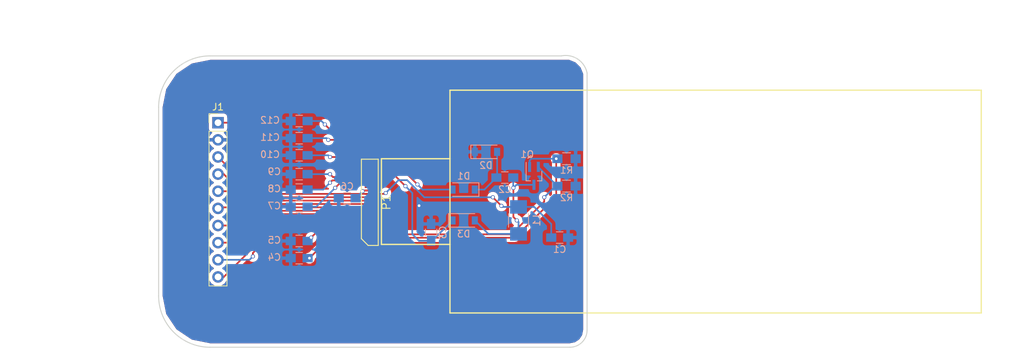
<source format=kicad_pcb>
(kicad_pcb (version 4) (host pcbnew 4.0.7)

  (general
    (links 49)
    (no_connects 0)
    (area 65.175001 43.02 217.170001 95.250001)
    (thickness 1.6)
    (drawings 20)
    (tracks 148)
    (zones 0)
    (modules 21)
    (nets 25)
  )

  (page A4)
  (layers
    (0 F.Cu signal)
    (31 B.Cu signal)
    (32 B.Adhes user)
    (33 F.Adhes user)
    (34 B.Paste user)
    (35 F.Paste user)
    (36 B.SilkS user)
    (37 F.SilkS user)
    (38 B.Mask user)
    (39 F.Mask user)
    (40 Dwgs.User user)
    (41 Cmts.User user)
    (42 Eco1.User user)
    (43 Eco2.User user)
    (44 Edge.Cuts user)
    (45 Margin user)
    (46 B.CrtYd user)
    (47 F.CrtYd user)
    (48 B.Fab user)
    (49 F.Fab user)
  )

  (setup
    (last_trace_width 0.25)
    (trace_clearance 0.2)
    (zone_clearance 0.508)
    (zone_45_only no)
    (trace_min 0.2)
    (segment_width 0.2)
    (edge_width 0.15)
    (via_size 0.6)
    (via_drill 0.4)
    (via_min_size 0.4)
    (via_min_drill 0.3)
    (uvia_size 0.3)
    (uvia_drill 0.1)
    (uvias_allowed no)
    (uvia_min_size 0.2)
    (uvia_min_drill 0.1)
    (pcb_text_width 0.3)
    (pcb_text_size 1.5 1.5)
    (mod_edge_width 0.15)
    (mod_text_size 1 1)
    (mod_text_width 0.15)
    (pad_size 1.524 1.524)
    (pad_drill 0.762)
    (pad_to_mask_clearance 0.2)
    (aux_axis_origin 0 0)
    (visible_elements 7FFFFFFF)
    (pcbplotparams
      (layerselection 0x010f0_80000001)
      (usegerberextensions false)
      (usegerberattributes true)
      (excludeedgelayer false)
      (linewidth 0.100000)
      (plotframeref false)
      (viasonmask false)
      (mode 1)
      (useauxorigin true)
      (hpglpennumber 1)
      (hpglpenspeed 20)
      (hpglpendiameter 15)
      (hpglpenoverlay 2)
      (psnegative false)
      (psa4output false)
      (plotreference true)
      (plotvalue true)
      (plotinvisibletext false)
      (padsonsilk false)
      (subtractmaskfromsilk false)
      (outputformat 1)
      (mirror false)
      (drillshape 0)
      (scaleselection 1)
      (outputdirectory out_20190403/))
  )

  (net 0 "")
  (net 1 3V3)
  (net 2 GND)
  (net 3 "Net-(C2-Pad1)")
  (net 4 "Net-(C2-Pad2)")
  (net 5 PREVGH)
  (net 6 "Net-(C4-Pad1)")
  (net 7 "Net-(C5-Pad1)")
  (net 8 "Net-(C7-Pad1)")
  (net 9 "Net-(C8-Pad1)")
  (net 10 "Net-(C9-Pad1)")
  (net 11 "Net-(C10-Pad1)")
  (net 12 PREVGL)
  (net 13 VCOM)
  (net 14 SDIO)
  (net 15 SCLK)
  (net 16 CS#)
  (net 17 DC#)
  (net 18 RES#)
  (net 19 BUSY)
  (net 20 TSCL)
  (net 21 TSDA)
  (net 22 "Net-(P1-Pad1)")
  (net 23 GDR)
  (net 24 RESE)

  (net_class Default "This is the default net class."
    (clearance 0.2)
    (trace_width 0.25)
    (via_dia 0.6)
    (via_drill 0.4)
    (uvia_dia 0.3)
    (uvia_drill 0.1)
    (add_net 3V3)
    (add_net BUSY)
    (add_net CS#)
    (add_net DC#)
    (add_net GDR)
    (add_net GND)
    (add_net "Net-(C10-Pad1)")
    (add_net "Net-(C2-Pad1)")
    (add_net "Net-(C2-Pad2)")
    (add_net "Net-(C4-Pad1)")
    (add_net "Net-(C5-Pad1)")
    (add_net "Net-(C7-Pad1)")
    (add_net "Net-(C8-Pad1)")
    (add_net "Net-(C9-Pad1)")
    (add_net "Net-(P1-Pad1)")
    (add_net PREVGH)
    (add_net PREVGL)
    (add_net RES#)
    (add_net RESE)
    (add_net SCLK)
    (add_net SDIO)
    (add_net TSCL)
    (add_net TSDA)
    (add_net VCOM)
  )

  (module Capacitors_SMD:C_0805_HandSoldering (layer B.Cu) (tedit 58AA84A8) (tstamp 5C5D3160)
    (at 148.336 77.724)
    (descr "Capacitor SMD 0805, hand soldering")
    (tags "capacitor 0805")
    (path /5C4B709E)
    (attr smd)
    (fp_text reference C1 (at 0 1.75) (layer B.SilkS)
      (effects (font (size 1 1) (thickness 0.15)) (justify mirror))
    )
    (fp_text value 4.7uF (at 0 -1.75) (layer B.Fab)
      (effects (font (size 1 1) (thickness 0.15)) (justify mirror))
    )
    (fp_text user %R (at 0 1.75) (layer B.Fab)
      (effects (font (size 1 1) (thickness 0.15)) (justify mirror))
    )
    (fp_line (start -1 -0.62) (end -1 0.62) (layer B.Fab) (width 0.1))
    (fp_line (start 1 -0.62) (end -1 -0.62) (layer B.Fab) (width 0.1))
    (fp_line (start 1 0.62) (end 1 -0.62) (layer B.Fab) (width 0.1))
    (fp_line (start -1 0.62) (end 1 0.62) (layer B.Fab) (width 0.1))
    (fp_line (start 0.5 0.85) (end -0.5 0.85) (layer B.SilkS) (width 0.12))
    (fp_line (start -0.5 -0.85) (end 0.5 -0.85) (layer B.SilkS) (width 0.12))
    (fp_line (start -2.25 0.88) (end 2.25 0.88) (layer B.CrtYd) (width 0.05))
    (fp_line (start -2.25 0.88) (end -2.25 -0.87) (layer B.CrtYd) (width 0.05))
    (fp_line (start 2.25 -0.87) (end 2.25 0.88) (layer B.CrtYd) (width 0.05))
    (fp_line (start 2.25 -0.87) (end -2.25 -0.87) (layer B.CrtYd) (width 0.05))
    (pad 1 smd rect (at -1.25 0) (size 1.5 1.25) (layers B.Cu B.Paste B.Mask)
      (net 1 3V3))
    (pad 2 smd rect (at 1.25 0) (size 1.5 1.25) (layers B.Cu B.Paste B.Mask)
      (net 2 GND))
    (model Capacitors_SMD.3dshapes/C_0805.wrl
      (at (xyz 0 0 0))
      (scale (xyz 1 1 1))
      (rotate (xyz 0 0 0))
    )
  )

  (module Capacitors_SMD:C_0805_HandSoldering (layer B.Cu) (tedit 58AA84A8) (tstamp 5C5D3166)
    (at 140.208 68.834)
    (descr "Capacitor SMD 0805, hand soldering")
    (tags "capacitor 0805")
    (path /5C4B7142)
    (attr smd)
    (fp_text reference C2 (at 0 1.75) (layer B.SilkS)
      (effects (font (size 1 1) (thickness 0.15)) (justify mirror))
    )
    (fp_text value 4.7uF (at 0 -1.75) (layer B.Fab)
      (effects (font (size 1 1) (thickness 0.15)) (justify mirror))
    )
    (fp_text user %R (at 0 1.75) (layer B.Fab)
      (effects (font (size 1 1) (thickness 0.15)) (justify mirror))
    )
    (fp_line (start -1 -0.62) (end -1 0.62) (layer B.Fab) (width 0.1))
    (fp_line (start 1 -0.62) (end -1 -0.62) (layer B.Fab) (width 0.1))
    (fp_line (start 1 0.62) (end 1 -0.62) (layer B.Fab) (width 0.1))
    (fp_line (start -1 0.62) (end 1 0.62) (layer B.Fab) (width 0.1))
    (fp_line (start 0.5 0.85) (end -0.5 0.85) (layer B.SilkS) (width 0.12))
    (fp_line (start -0.5 -0.85) (end 0.5 -0.85) (layer B.SilkS) (width 0.12))
    (fp_line (start -2.25 0.88) (end 2.25 0.88) (layer B.CrtYd) (width 0.05))
    (fp_line (start -2.25 0.88) (end -2.25 -0.87) (layer B.CrtYd) (width 0.05))
    (fp_line (start 2.25 -0.87) (end 2.25 0.88) (layer B.CrtYd) (width 0.05))
    (fp_line (start 2.25 -0.87) (end -2.25 -0.87) (layer B.CrtYd) (width 0.05))
    (pad 1 smd rect (at -1.25 0) (size 1.5 1.25) (layers B.Cu B.Paste B.Mask)
      (net 3 "Net-(C2-Pad1)"))
    (pad 2 smd rect (at 1.25 0) (size 1.5 1.25) (layers B.Cu B.Paste B.Mask)
      (net 4 "Net-(C2-Pad2)"))
    (model Capacitors_SMD.3dshapes/C_0805.wrl
      (at (xyz 0 0 0))
      (scale (xyz 1 1 1))
      (rotate (xyz 0 0 0))
    )
  )

  (module Capacitors_SMD:C_0805_HandSoldering (layer B.Cu) (tedit 58AA84A8) (tstamp 5C5D316C)
    (at 129.286 76.962 90)
    (descr "Capacitor SMD 0805, hand soldering")
    (tags "capacitor 0805")
    (path /5C4BC690)
    (attr smd)
    (fp_text reference C3 (at 0 1.75 90) (layer B.SilkS)
      (effects (font (size 1 1) (thickness 0.15)) (justify mirror))
    )
    (fp_text value 1uF (at 0 -1.75 90) (layer B.Fab)
      (effects (font (size 1 1) (thickness 0.15)) (justify mirror))
    )
    (fp_text user %R (at 0 1.75 90) (layer B.Fab)
      (effects (font (size 1 1) (thickness 0.15)) (justify mirror))
    )
    (fp_line (start -1 -0.62) (end -1 0.62) (layer B.Fab) (width 0.1))
    (fp_line (start 1 -0.62) (end -1 -0.62) (layer B.Fab) (width 0.1))
    (fp_line (start 1 0.62) (end 1 -0.62) (layer B.Fab) (width 0.1))
    (fp_line (start -1 0.62) (end 1 0.62) (layer B.Fab) (width 0.1))
    (fp_line (start 0.5 0.85) (end -0.5 0.85) (layer B.SilkS) (width 0.12))
    (fp_line (start -0.5 -0.85) (end 0.5 -0.85) (layer B.SilkS) (width 0.12))
    (fp_line (start -2.25 0.88) (end 2.25 0.88) (layer B.CrtYd) (width 0.05))
    (fp_line (start -2.25 0.88) (end -2.25 -0.87) (layer B.CrtYd) (width 0.05))
    (fp_line (start 2.25 -0.87) (end 2.25 0.88) (layer B.CrtYd) (width 0.05))
    (fp_line (start 2.25 -0.87) (end -2.25 -0.87) (layer B.CrtYd) (width 0.05))
    (pad 1 smd rect (at -1.25 0 90) (size 1.5 1.25) (layers B.Cu B.Paste B.Mask)
      (net 5 PREVGH))
    (pad 2 smd rect (at 1.25 0 90) (size 1.5 1.25) (layers B.Cu B.Paste B.Mask)
      (net 2 GND))
    (model Capacitors_SMD.3dshapes/C_0805.wrl
      (at (xyz 0 0 0))
      (scale (xyz 1 1 1))
      (rotate (xyz 0 0 0))
    )
  )

  (module Capacitors_SMD:C_0805_HandSoldering (layer B.Cu) (tedit 5C5D3A94) (tstamp 5C5D3172)
    (at 109.728 80.772 180)
    (descr "Capacitor SMD 0805, hand soldering")
    (tags "capacitor 0805")
    (path /5C4BABEA)
    (attr smd)
    (fp_text reference C4 (at 3.683 0.127 180) (layer B.SilkS)
      (effects (font (size 1 1) (thickness 0.15)) (justify mirror))
    )
    (fp_text value 1uF (at 0 -1.75 180) (layer B.Fab)
      (effects (font (size 1 1) (thickness 0.15)) (justify mirror))
    )
    (fp_text user %R (at 0 1.75 180) (layer B.Fab)
      (effects (font (size 1 1) (thickness 0.15)) (justify mirror))
    )
    (fp_line (start -1 -0.62) (end -1 0.62) (layer B.Fab) (width 0.1))
    (fp_line (start 1 -0.62) (end -1 -0.62) (layer B.Fab) (width 0.1))
    (fp_line (start 1 0.62) (end 1 -0.62) (layer B.Fab) (width 0.1))
    (fp_line (start -1 0.62) (end 1 0.62) (layer B.Fab) (width 0.1))
    (fp_line (start 0.5 0.85) (end -0.5 0.85) (layer B.SilkS) (width 0.12))
    (fp_line (start -0.5 -0.85) (end 0.5 -0.85) (layer B.SilkS) (width 0.12))
    (fp_line (start -2.25 0.88) (end 2.25 0.88) (layer B.CrtYd) (width 0.05))
    (fp_line (start -2.25 0.88) (end -2.25 -0.87) (layer B.CrtYd) (width 0.05))
    (fp_line (start 2.25 -0.87) (end 2.25 0.88) (layer B.CrtYd) (width 0.05))
    (fp_line (start 2.25 -0.87) (end -2.25 -0.87) (layer B.CrtYd) (width 0.05))
    (pad 1 smd rect (at -1.25 0 180) (size 1.5 1.25) (layers B.Cu B.Paste B.Mask)
      (net 6 "Net-(C4-Pad1)"))
    (pad 2 smd rect (at 1.25 0 180) (size 1.5 1.25) (layers B.Cu B.Paste B.Mask)
      (net 2 GND))
    (model Capacitors_SMD.3dshapes/C_0805.wrl
      (at (xyz 0 0 0))
      (scale (xyz 1 1 1))
      (rotate (xyz 0 0 0))
    )
  )

  (module Capacitors_SMD:C_0805_HandSoldering (layer B.Cu) (tedit 5C5D3A91) (tstamp 5C5D3178)
    (at 109.728 78.232 180)
    (descr "Capacitor SMD 0805, hand soldering")
    (tags "capacitor 0805")
    (path /5C4BACB9)
    (attr smd)
    (fp_text reference C5 (at 3.683 0.127 180) (layer B.SilkS)
      (effects (font (size 1 1) (thickness 0.15)) (justify mirror))
    )
    (fp_text value 1uF (at 0 -1.75 180) (layer B.Fab)
      (effects (font (size 1 1) (thickness 0.15)) (justify mirror))
    )
    (fp_text user %R (at 0 1.75 180) (layer B.Fab)
      (effects (font (size 1 1) (thickness 0.15)) (justify mirror))
    )
    (fp_line (start -1 -0.62) (end -1 0.62) (layer B.Fab) (width 0.1))
    (fp_line (start 1 -0.62) (end -1 -0.62) (layer B.Fab) (width 0.1))
    (fp_line (start 1 0.62) (end 1 -0.62) (layer B.Fab) (width 0.1))
    (fp_line (start -1 0.62) (end 1 0.62) (layer B.Fab) (width 0.1))
    (fp_line (start 0.5 0.85) (end -0.5 0.85) (layer B.SilkS) (width 0.12))
    (fp_line (start -0.5 -0.85) (end 0.5 -0.85) (layer B.SilkS) (width 0.12))
    (fp_line (start -2.25 0.88) (end 2.25 0.88) (layer B.CrtYd) (width 0.05))
    (fp_line (start -2.25 0.88) (end -2.25 -0.87) (layer B.CrtYd) (width 0.05))
    (fp_line (start 2.25 -0.87) (end 2.25 0.88) (layer B.CrtYd) (width 0.05))
    (fp_line (start 2.25 -0.87) (end -2.25 -0.87) (layer B.CrtYd) (width 0.05))
    (pad 1 smd rect (at -1.25 0 180) (size 1.5 1.25) (layers B.Cu B.Paste B.Mask)
      (net 7 "Net-(C5-Pad1)"))
    (pad 2 smd rect (at 1.25 0 180) (size 1.5 1.25) (layers B.Cu B.Paste B.Mask)
      (net 2 GND))
    (model Capacitors_SMD.3dshapes/C_0805.wrl
      (at (xyz 0 0 0))
      (scale (xyz 1 1 1))
      (rotate (xyz 0 0 0))
    )
  )

  (module Capacitors_SMD:C_0805_HandSoldering (layer B.Cu) (tedit 58AA84A8) (tstamp 5C5D317E)
    (at 116.84 71.882 180)
    (descr "Capacitor SMD 0805, hand soldering")
    (tags "capacitor 0805")
    (path /5C4B97DC)
    (attr smd)
    (fp_text reference C6 (at 0 1.75 180) (layer B.SilkS)
      (effects (font (size 1 1) (thickness 0.15)) (justify mirror))
    )
    (fp_text value 1uF (at 0 -1.75 180) (layer B.Fab)
      (effects (font (size 1 1) (thickness 0.15)) (justify mirror))
    )
    (fp_text user %R (at 0 1.75 180) (layer B.Fab)
      (effects (font (size 1 1) (thickness 0.15)) (justify mirror))
    )
    (fp_line (start -1 -0.62) (end -1 0.62) (layer B.Fab) (width 0.1))
    (fp_line (start 1 -0.62) (end -1 -0.62) (layer B.Fab) (width 0.1))
    (fp_line (start 1 0.62) (end 1 -0.62) (layer B.Fab) (width 0.1))
    (fp_line (start -1 0.62) (end 1 0.62) (layer B.Fab) (width 0.1))
    (fp_line (start 0.5 0.85) (end -0.5 0.85) (layer B.SilkS) (width 0.12))
    (fp_line (start -0.5 -0.85) (end 0.5 -0.85) (layer B.SilkS) (width 0.12))
    (fp_line (start -2.25 0.88) (end 2.25 0.88) (layer B.CrtYd) (width 0.05))
    (fp_line (start -2.25 0.88) (end -2.25 -0.87) (layer B.CrtYd) (width 0.05))
    (fp_line (start 2.25 -0.87) (end 2.25 0.88) (layer B.CrtYd) (width 0.05))
    (fp_line (start 2.25 -0.87) (end -2.25 -0.87) (layer B.CrtYd) (width 0.05))
    (pad 1 smd rect (at -1.25 0 180) (size 1.5 1.25) (layers B.Cu B.Paste B.Mask)
      (net 1 3V3))
    (pad 2 smd rect (at 1.25 0 180) (size 1.5 1.25) (layers B.Cu B.Paste B.Mask)
      (net 2 GND))
    (model Capacitors_SMD.3dshapes/C_0805.wrl
      (at (xyz 0 0 0))
      (scale (xyz 1 1 1))
      (rotate (xyz 0 0 0))
    )
  )

  (module Capacitors_SMD:C_0805_HandSoldering (layer B.Cu) (tedit 5C5D3A8C) (tstamp 5C5D3184)
    (at 109.728 73.152 180)
    (descr "Capacitor SMD 0805, hand soldering")
    (tags "capacitor 0805")
    (path /5C4B9978)
    (attr smd)
    (fp_text reference C7 (at 3.683 0.127 180) (layer B.SilkS)
      (effects (font (size 1 1) (thickness 0.15)) (justify mirror))
    )
    (fp_text value 1uF (at 0 -1.75 180) (layer B.Fab)
      (effects (font (size 1 1) (thickness 0.15)) (justify mirror))
    )
    (fp_text user %R (at 0 1.75 180) (layer B.Fab)
      (effects (font (size 1 1) (thickness 0.15)) (justify mirror))
    )
    (fp_line (start -1 -0.62) (end -1 0.62) (layer B.Fab) (width 0.1))
    (fp_line (start 1 -0.62) (end -1 -0.62) (layer B.Fab) (width 0.1))
    (fp_line (start 1 0.62) (end 1 -0.62) (layer B.Fab) (width 0.1))
    (fp_line (start -1 0.62) (end 1 0.62) (layer B.Fab) (width 0.1))
    (fp_line (start 0.5 0.85) (end -0.5 0.85) (layer B.SilkS) (width 0.12))
    (fp_line (start -0.5 -0.85) (end 0.5 -0.85) (layer B.SilkS) (width 0.12))
    (fp_line (start -2.25 0.88) (end 2.25 0.88) (layer B.CrtYd) (width 0.05))
    (fp_line (start -2.25 0.88) (end -2.25 -0.87) (layer B.CrtYd) (width 0.05))
    (fp_line (start 2.25 -0.87) (end 2.25 0.88) (layer B.CrtYd) (width 0.05))
    (fp_line (start 2.25 -0.87) (end -2.25 -0.87) (layer B.CrtYd) (width 0.05))
    (pad 1 smd rect (at -1.25 0 180) (size 1.5 1.25) (layers B.Cu B.Paste B.Mask)
      (net 8 "Net-(C7-Pad1)"))
    (pad 2 smd rect (at 1.25 0 180) (size 1.5 1.25) (layers B.Cu B.Paste B.Mask)
      (net 2 GND))
    (model Capacitors_SMD.3dshapes/C_0805.wrl
      (at (xyz 0 0 0))
      (scale (xyz 1 1 1))
      (rotate (xyz 0 0 0))
    )
  )

  (module Capacitors_SMD:C_0805_HandSoldering (layer B.Cu) (tedit 5C5D3A88) (tstamp 5C5D318A)
    (at 109.728 70.612 180)
    (descr "Capacitor SMD 0805, hand soldering")
    (tags "capacitor 0805")
    (path /5C4B99B3)
    (attr smd)
    (fp_text reference C8 (at 3.683 0.127 180) (layer B.SilkS)
      (effects (font (size 1 1) (thickness 0.15)) (justify mirror))
    )
    (fp_text value 1uF (at 0 -1.75 180) (layer B.Fab)
      (effects (font (size 1 1) (thickness 0.15)) (justify mirror))
    )
    (fp_text user %R (at 0 1.75 180) (layer B.Fab)
      (effects (font (size 1 1) (thickness 0.15)) (justify mirror))
    )
    (fp_line (start -1 -0.62) (end -1 0.62) (layer B.Fab) (width 0.1))
    (fp_line (start 1 -0.62) (end -1 -0.62) (layer B.Fab) (width 0.1))
    (fp_line (start 1 0.62) (end 1 -0.62) (layer B.Fab) (width 0.1))
    (fp_line (start -1 0.62) (end 1 0.62) (layer B.Fab) (width 0.1))
    (fp_line (start 0.5 0.85) (end -0.5 0.85) (layer B.SilkS) (width 0.12))
    (fp_line (start -0.5 -0.85) (end 0.5 -0.85) (layer B.SilkS) (width 0.12))
    (fp_line (start -2.25 0.88) (end 2.25 0.88) (layer B.CrtYd) (width 0.05))
    (fp_line (start -2.25 0.88) (end -2.25 -0.87) (layer B.CrtYd) (width 0.05))
    (fp_line (start 2.25 -0.87) (end 2.25 0.88) (layer B.CrtYd) (width 0.05))
    (fp_line (start 2.25 -0.87) (end -2.25 -0.87) (layer B.CrtYd) (width 0.05))
    (pad 1 smd rect (at -1.25 0 180) (size 1.5 1.25) (layers B.Cu B.Paste B.Mask)
      (net 9 "Net-(C8-Pad1)"))
    (pad 2 smd rect (at 1.25 0 180) (size 1.5 1.25) (layers B.Cu B.Paste B.Mask)
      (net 2 GND))
    (model Capacitors_SMD.3dshapes/C_0805.wrl
      (at (xyz 0 0 0))
      (scale (xyz 1 1 1))
      (rotate (xyz 0 0 0))
    )
  )

  (module Capacitors_SMD:C_0805_HandSoldering (layer B.Cu) (tedit 5C5D3A84) (tstamp 5C5D3190)
    (at 109.728 68.326 180)
    (descr "Capacitor SMD 0805, hand soldering")
    (tags "capacitor 0805")
    (path /5C4B99F1)
    (attr smd)
    (fp_text reference C9 (at 3.683 0.381 180) (layer B.SilkS)
      (effects (font (size 1 1) (thickness 0.15)) (justify mirror))
    )
    (fp_text value 1uF (at 0 -1.75 180) (layer B.Fab)
      (effects (font (size 1 1) (thickness 0.15)) (justify mirror))
    )
    (fp_text user %R (at 0 1.75 180) (layer B.Fab)
      (effects (font (size 1 1) (thickness 0.15)) (justify mirror))
    )
    (fp_line (start -1 -0.62) (end -1 0.62) (layer B.Fab) (width 0.1))
    (fp_line (start 1 -0.62) (end -1 -0.62) (layer B.Fab) (width 0.1))
    (fp_line (start 1 0.62) (end 1 -0.62) (layer B.Fab) (width 0.1))
    (fp_line (start -1 0.62) (end 1 0.62) (layer B.Fab) (width 0.1))
    (fp_line (start 0.5 0.85) (end -0.5 0.85) (layer B.SilkS) (width 0.12))
    (fp_line (start -0.5 -0.85) (end 0.5 -0.85) (layer B.SilkS) (width 0.12))
    (fp_line (start -2.25 0.88) (end 2.25 0.88) (layer B.CrtYd) (width 0.05))
    (fp_line (start -2.25 0.88) (end -2.25 -0.87) (layer B.CrtYd) (width 0.05))
    (fp_line (start 2.25 -0.87) (end 2.25 0.88) (layer B.CrtYd) (width 0.05))
    (fp_line (start 2.25 -0.87) (end -2.25 -0.87) (layer B.CrtYd) (width 0.05))
    (pad 1 smd rect (at -1.25 0 180) (size 1.5 1.25) (layers B.Cu B.Paste B.Mask)
      (net 10 "Net-(C9-Pad1)"))
    (pad 2 smd rect (at 1.25 0 180) (size 1.5 1.25) (layers B.Cu B.Paste B.Mask)
      (net 2 GND))
    (model Capacitors_SMD.3dshapes/C_0805.wrl
      (at (xyz 0 0 0))
      (scale (xyz 1 1 1))
      (rotate (xyz 0 0 0))
    )
  )

  (module Capacitors_SMD:C_0805_HandSoldering (layer B.Cu) (tedit 5C5D3A7C) (tstamp 5C5D3196)
    (at 109.728 65.532 180)
    (descr "Capacitor SMD 0805, hand soldering")
    (tags "capacitor 0805")
    (path /5C4B9A2E)
    (attr smd)
    (fp_text reference C10 (at 4.318 0.127 180) (layer B.SilkS)
      (effects (font (size 1 1) (thickness 0.15)) (justify mirror))
    )
    (fp_text value 1uF (at 0 -1.75 180) (layer B.Fab)
      (effects (font (size 1 1) (thickness 0.15)) (justify mirror))
    )
    (fp_text user %R (at 0 1.75 180) (layer B.Fab)
      (effects (font (size 1 1) (thickness 0.15)) (justify mirror))
    )
    (fp_line (start -1 -0.62) (end -1 0.62) (layer B.Fab) (width 0.1))
    (fp_line (start 1 -0.62) (end -1 -0.62) (layer B.Fab) (width 0.1))
    (fp_line (start 1 0.62) (end 1 -0.62) (layer B.Fab) (width 0.1))
    (fp_line (start -1 0.62) (end 1 0.62) (layer B.Fab) (width 0.1))
    (fp_line (start 0.5 0.85) (end -0.5 0.85) (layer B.SilkS) (width 0.12))
    (fp_line (start -0.5 -0.85) (end 0.5 -0.85) (layer B.SilkS) (width 0.12))
    (fp_line (start -2.25 0.88) (end 2.25 0.88) (layer B.CrtYd) (width 0.05))
    (fp_line (start -2.25 0.88) (end -2.25 -0.87) (layer B.CrtYd) (width 0.05))
    (fp_line (start 2.25 -0.87) (end 2.25 0.88) (layer B.CrtYd) (width 0.05))
    (fp_line (start 2.25 -0.87) (end -2.25 -0.87) (layer B.CrtYd) (width 0.05))
    (pad 1 smd rect (at -1.25 0 180) (size 1.5 1.25) (layers B.Cu B.Paste B.Mask)
      (net 11 "Net-(C10-Pad1)"))
    (pad 2 smd rect (at 1.25 0 180) (size 1.5 1.25) (layers B.Cu B.Paste B.Mask)
      (net 2 GND))
    (model Capacitors_SMD.3dshapes/C_0805.wrl
      (at (xyz 0 0 0))
      (scale (xyz 1 1 1))
      (rotate (xyz 0 0 0))
    )
  )

  (module Capacitors_SMD:C_0805_HandSoldering (layer B.Cu) (tedit 5C5D3A79) (tstamp 5C5D319C)
    (at 109.728 62.992 180)
    (descr "Capacitor SMD 0805, hand soldering")
    (tags "capacitor 0805")
    (path /5C4B9A72)
    (attr smd)
    (fp_text reference C11 (at 4.318 0.127 180) (layer B.SilkS)
      (effects (font (size 1 1) (thickness 0.15)) (justify mirror))
    )
    (fp_text value 1uF (at 0 -1.75 180) (layer B.Fab)
      (effects (font (size 1 1) (thickness 0.15)) (justify mirror))
    )
    (fp_text user %R (at 0 1.75 180) (layer B.Fab)
      (effects (font (size 1 1) (thickness 0.15)) (justify mirror))
    )
    (fp_line (start -1 -0.62) (end -1 0.62) (layer B.Fab) (width 0.1))
    (fp_line (start 1 -0.62) (end -1 -0.62) (layer B.Fab) (width 0.1))
    (fp_line (start 1 0.62) (end 1 -0.62) (layer B.Fab) (width 0.1))
    (fp_line (start -1 0.62) (end 1 0.62) (layer B.Fab) (width 0.1))
    (fp_line (start 0.5 0.85) (end -0.5 0.85) (layer B.SilkS) (width 0.12))
    (fp_line (start -0.5 -0.85) (end 0.5 -0.85) (layer B.SilkS) (width 0.12))
    (fp_line (start -2.25 0.88) (end 2.25 0.88) (layer B.CrtYd) (width 0.05))
    (fp_line (start -2.25 0.88) (end -2.25 -0.87) (layer B.CrtYd) (width 0.05))
    (fp_line (start 2.25 -0.87) (end 2.25 0.88) (layer B.CrtYd) (width 0.05))
    (fp_line (start 2.25 -0.87) (end -2.25 -0.87) (layer B.CrtYd) (width 0.05))
    (pad 1 smd rect (at -1.25 0 180) (size 1.5 1.25) (layers B.Cu B.Paste B.Mask)
      (net 12 PREVGL))
    (pad 2 smd rect (at 1.25 0 180) (size 1.5 1.25) (layers B.Cu B.Paste B.Mask)
      (net 2 GND))
    (model Capacitors_SMD.3dshapes/C_0805.wrl
      (at (xyz 0 0 0))
      (scale (xyz 1 1 1))
      (rotate (xyz 0 0 0))
    )
  )

  (module Capacitors_SMD:C_0805_HandSoldering (layer B.Cu) (tedit 5C5D3A75) (tstamp 5C5D31A2)
    (at 109.728 60.452 180)
    (descr "Capacitor SMD 0805, hand soldering")
    (tags "capacitor 0805")
    (path /5C4B9AB5)
    (attr smd)
    (fp_text reference C12 (at 4.318 0.127 180) (layer B.SilkS)
      (effects (font (size 1 1) (thickness 0.15)) (justify mirror))
    )
    (fp_text value 1uF (at 0 -1.75 180) (layer B.Fab)
      (effects (font (size 1 1) (thickness 0.15)) (justify mirror))
    )
    (fp_text user %R (at 0 1.75 180) (layer B.Fab)
      (effects (font (size 1 1) (thickness 0.15)) (justify mirror))
    )
    (fp_line (start -1 -0.62) (end -1 0.62) (layer B.Fab) (width 0.1))
    (fp_line (start 1 -0.62) (end -1 -0.62) (layer B.Fab) (width 0.1))
    (fp_line (start 1 0.62) (end 1 -0.62) (layer B.Fab) (width 0.1))
    (fp_line (start -1 0.62) (end 1 0.62) (layer B.Fab) (width 0.1))
    (fp_line (start 0.5 0.85) (end -0.5 0.85) (layer B.SilkS) (width 0.12))
    (fp_line (start -0.5 -0.85) (end 0.5 -0.85) (layer B.SilkS) (width 0.12))
    (fp_line (start -2.25 0.88) (end 2.25 0.88) (layer B.CrtYd) (width 0.05))
    (fp_line (start -2.25 0.88) (end -2.25 -0.87) (layer B.CrtYd) (width 0.05))
    (fp_line (start 2.25 -0.87) (end 2.25 0.88) (layer B.CrtYd) (width 0.05))
    (fp_line (start 2.25 -0.87) (end -2.25 -0.87) (layer B.CrtYd) (width 0.05))
    (pad 1 smd rect (at -1.25 0 180) (size 1.5 1.25) (layers B.Cu B.Paste B.Mask)
      (net 13 VCOM))
    (pad 2 smd rect (at 1.25 0 180) (size 1.5 1.25) (layers B.Cu B.Paste B.Mask)
      (net 2 GND))
    (model Capacitors_SMD.3dshapes/C_0805.wrl
      (at (xyz 0 0 0))
      (scale (xyz 1 1 1))
      (rotate (xyz 0 0 0))
    )
  )

  (module Diodes_SMD:D_SOD-123 (layer B.Cu) (tedit 58645DC7) (tstamp 5C5D31A8)
    (at 134.112 70.612 180)
    (descr SOD-123)
    (tags SOD-123)
    (path /5C4B78B5)
    (attr smd)
    (fp_text reference D1 (at 0 2 180) (layer B.SilkS)
      (effects (font (size 1 1) (thickness 0.15)) (justify mirror))
    )
    (fp_text value MBR0530 (at 0 -2.1 180) (layer B.Fab)
      (effects (font (size 1 1) (thickness 0.15)) (justify mirror))
    )
    (fp_text user %R (at 0 2 180) (layer B.Fab)
      (effects (font (size 1 1) (thickness 0.15)) (justify mirror))
    )
    (fp_line (start -2.25 1) (end -2.25 -1) (layer B.SilkS) (width 0.12))
    (fp_line (start 0.25 0) (end 0.75 0) (layer B.Fab) (width 0.1))
    (fp_line (start 0.25 -0.4) (end -0.35 0) (layer B.Fab) (width 0.1))
    (fp_line (start 0.25 0.4) (end 0.25 -0.4) (layer B.Fab) (width 0.1))
    (fp_line (start -0.35 0) (end 0.25 0.4) (layer B.Fab) (width 0.1))
    (fp_line (start -0.35 0) (end -0.35 -0.55) (layer B.Fab) (width 0.1))
    (fp_line (start -0.35 0) (end -0.35 0.55) (layer B.Fab) (width 0.1))
    (fp_line (start -0.75 0) (end -0.35 0) (layer B.Fab) (width 0.1))
    (fp_line (start -1.4 -0.9) (end -1.4 0.9) (layer B.Fab) (width 0.1))
    (fp_line (start 1.4 -0.9) (end -1.4 -0.9) (layer B.Fab) (width 0.1))
    (fp_line (start 1.4 0.9) (end 1.4 -0.9) (layer B.Fab) (width 0.1))
    (fp_line (start -1.4 0.9) (end 1.4 0.9) (layer B.Fab) (width 0.1))
    (fp_line (start -2.35 1.15) (end 2.35 1.15) (layer B.CrtYd) (width 0.05))
    (fp_line (start 2.35 1.15) (end 2.35 -1.15) (layer B.CrtYd) (width 0.05))
    (fp_line (start 2.35 -1.15) (end -2.35 -1.15) (layer B.CrtYd) (width 0.05))
    (fp_line (start -2.35 1.15) (end -2.35 -1.15) (layer B.CrtYd) (width 0.05))
    (fp_line (start -2.25 -1) (end 1.65 -1) (layer B.SilkS) (width 0.12))
    (fp_line (start -2.25 1) (end 1.65 1) (layer B.SilkS) (width 0.12))
    (pad 1 smd rect (at -1.65 0 180) (size 0.9 1.2) (layers B.Cu B.Paste B.Mask)
      (net 3 "Net-(C2-Pad1)"))
    (pad 2 smd rect (at 1.65 0 180) (size 0.9 1.2) (layers B.Cu B.Paste B.Mask)
      (net 12 PREVGL))
    (model ${KISYS3DMOD}/Diodes_SMD.3dshapes/D_SOD-123.wrl
      (at (xyz 0 0 0))
      (scale (xyz 1 1 1))
      (rotate (xyz 0 0 0))
    )
  )

  (module Diodes_SMD:D_SOD-123 (layer B.Cu) (tedit 58645DC7) (tstamp 5C5D31AE)
    (at 137.414 65.024)
    (descr SOD-123)
    (tags SOD-123)
    (path /5C4B7951)
    (attr smd)
    (fp_text reference D2 (at 0 2) (layer B.SilkS)
      (effects (font (size 1 1) (thickness 0.15)) (justify mirror))
    )
    (fp_text value MBR0530 (at 0 -2.1) (layer B.Fab)
      (effects (font (size 1 1) (thickness 0.15)) (justify mirror))
    )
    (fp_text user %R (at 0 2) (layer B.Fab)
      (effects (font (size 1 1) (thickness 0.15)) (justify mirror))
    )
    (fp_line (start -2.25 1) (end -2.25 -1) (layer B.SilkS) (width 0.12))
    (fp_line (start 0.25 0) (end 0.75 0) (layer B.Fab) (width 0.1))
    (fp_line (start 0.25 -0.4) (end -0.35 0) (layer B.Fab) (width 0.1))
    (fp_line (start 0.25 0.4) (end 0.25 -0.4) (layer B.Fab) (width 0.1))
    (fp_line (start -0.35 0) (end 0.25 0.4) (layer B.Fab) (width 0.1))
    (fp_line (start -0.35 0) (end -0.35 -0.55) (layer B.Fab) (width 0.1))
    (fp_line (start -0.35 0) (end -0.35 0.55) (layer B.Fab) (width 0.1))
    (fp_line (start -0.75 0) (end -0.35 0) (layer B.Fab) (width 0.1))
    (fp_line (start -1.4 -0.9) (end -1.4 0.9) (layer B.Fab) (width 0.1))
    (fp_line (start 1.4 -0.9) (end -1.4 -0.9) (layer B.Fab) (width 0.1))
    (fp_line (start 1.4 0.9) (end 1.4 -0.9) (layer B.Fab) (width 0.1))
    (fp_line (start -1.4 0.9) (end 1.4 0.9) (layer B.Fab) (width 0.1))
    (fp_line (start -2.35 1.15) (end 2.35 1.15) (layer B.CrtYd) (width 0.05))
    (fp_line (start 2.35 1.15) (end 2.35 -1.15) (layer B.CrtYd) (width 0.05))
    (fp_line (start 2.35 -1.15) (end -2.35 -1.15) (layer B.CrtYd) (width 0.05))
    (fp_line (start -2.35 1.15) (end -2.35 -1.15) (layer B.CrtYd) (width 0.05))
    (fp_line (start -2.25 -1) (end 1.65 -1) (layer B.SilkS) (width 0.12))
    (fp_line (start -2.25 1) (end 1.65 1) (layer B.SilkS) (width 0.12))
    (pad 1 smd rect (at -1.65 0) (size 0.9 1.2) (layers B.Cu B.Paste B.Mask)
      (net 2 GND))
    (pad 2 smd rect (at 1.65 0) (size 0.9 1.2) (layers B.Cu B.Paste B.Mask)
      (net 3 "Net-(C2-Pad1)"))
    (model ${KISYS3DMOD}/Diodes_SMD.3dshapes/D_SOD-123.wrl
      (at (xyz 0 0 0))
      (scale (xyz 1 1 1))
      (rotate (xyz 0 0 0))
    )
  )

  (module Diodes_SMD:D_SOD-123 (layer B.Cu) (tedit 58645DC7) (tstamp 5C5D31B4)
    (at 134.112 75.184)
    (descr SOD-123)
    (tags SOD-123)
    (path /5C4B8EAC)
    (attr smd)
    (fp_text reference D3 (at 0 2) (layer B.SilkS)
      (effects (font (size 1 1) (thickness 0.15)) (justify mirror))
    )
    (fp_text value MBR0530 (at 0 -2.1) (layer B.Fab)
      (effects (font (size 1 1) (thickness 0.15)) (justify mirror))
    )
    (fp_text user %R (at 0 2) (layer B.Fab)
      (effects (font (size 1 1) (thickness 0.15)) (justify mirror))
    )
    (fp_line (start -2.25 1) (end -2.25 -1) (layer B.SilkS) (width 0.12))
    (fp_line (start 0.25 0) (end 0.75 0) (layer B.Fab) (width 0.1))
    (fp_line (start 0.25 -0.4) (end -0.35 0) (layer B.Fab) (width 0.1))
    (fp_line (start 0.25 0.4) (end 0.25 -0.4) (layer B.Fab) (width 0.1))
    (fp_line (start -0.35 0) (end 0.25 0.4) (layer B.Fab) (width 0.1))
    (fp_line (start -0.35 0) (end -0.35 -0.55) (layer B.Fab) (width 0.1))
    (fp_line (start -0.35 0) (end -0.35 0.55) (layer B.Fab) (width 0.1))
    (fp_line (start -0.75 0) (end -0.35 0) (layer B.Fab) (width 0.1))
    (fp_line (start -1.4 -0.9) (end -1.4 0.9) (layer B.Fab) (width 0.1))
    (fp_line (start 1.4 -0.9) (end -1.4 -0.9) (layer B.Fab) (width 0.1))
    (fp_line (start 1.4 0.9) (end 1.4 -0.9) (layer B.Fab) (width 0.1))
    (fp_line (start -1.4 0.9) (end 1.4 0.9) (layer B.Fab) (width 0.1))
    (fp_line (start -2.35 1.15) (end 2.35 1.15) (layer B.CrtYd) (width 0.05))
    (fp_line (start 2.35 1.15) (end 2.35 -1.15) (layer B.CrtYd) (width 0.05))
    (fp_line (start 2.35 -1.15) (end -2.35 -1.15) (layer B.CrtYd) (width 0.05))
    (fp_line (start -2.35 1.15) (end -2.35 -1.15) (layer B.CrtYd) (width 0.05))
    (fp_line (start -2.25 -1) (end 1.65 -1) (layer B.SilkS) (width 0.12))
    (fp_line (start -2.25 1) (end 1.65 1) (layer B.SilkS) (width 0.12))
    (pad 1 smd rect (at -1.65 0) (size 0.9 1.2) (layers B.Cu B.Paste B.Mask)
      (net 5 PREVGH))
    (pad 2 smd rect (at 1.65 0) (size 0.9 1.2) (layers B.Cu B.Paste B.Mask)
      (net 4 "Net-(C2-Pad2)"))
    (model ${KISYS3DMOD}/Diodes_SMD.3dshapes/D_SOD-123.wrl
      (at (xyz 0 0 0))
      (scale (xyz 1 1 1))
      (rotate (xyz 0 0 0))
    )
  )

  (module Socket_Strips:Socket_Strip_Straight_1x10_Pitch2.54mm (layer F.Cu) (tedit 58CD5446) (tstamp 5C5D31C2)
    (at 97.7 60.7)
    (descr "Through hole straight socket strip, 1x10, 2.54mm pitch, single row")
    (tags "Through hole socket strip THT 1x10 2.54mm single row")
    (path /5C4BBD04)
    (fp_text reference J1 (at 0 -2.33) (layer F.SilkS)
      (effects (font (size 1 1) (thickness 0.15)))
    )
    (fp_text value Conn_01x10 (at 0 25.19) (layer F.Fab)
      (effects (font (size 1 1) (thickness 0.15)))
    )
    (fp_line (start -1.27 -1.27) (end -1.27 24.13) (layer F.Fab) (width 0.1))
    (fp_line (start -1.27 24.13) (end 1.27 24.13) (layer F.Fab) (width 0.1))
    (fp_line (start 1.27 24.13) (end 1.27 -1.27) (layer F.Fab) (width 0.1))
    (fp_line (start 1.27 -1.27) (end -1.27 -1.27) (layer F.Fab) (width 0.1))
    (fp_line (start -1.33 1.27) (end -1.33 24.19) (layer F.SilkS) (width 0.12))
    (fp_line (start -1.33 24.19) (end 1.33 24.19) (layer F.SilkS) (width 0.12))
    (fp_line (start 1.33 24.19) (end 1.33 1.27) (layer F.SilkS) (width 0.12))
    (fp_line (start 1.33 1.27) (end -1.33 1.27) (layer F.SilkS) (width 0.12))
    (fp_line (start -1.33 0) (end -1.33 -1.33) (layer F.SilkS) (width 0.12))
    (fp_line (start -1.33 -1.33) (end 0 -1.33) (layer F.SilkS) (width 0.12))
    (fp_line (start -1.8 -1.8) (end -1.8 24.65) (layer F.CrtYd) (width 0.05))
    (fp_line (start -1.8 24.65) (end 1.8 24.65) (layer F.CrtYd) (width 0.05))
    (fp_line (start 1.8 24.65) (end 1.8 -1.8) (layer F.CrtYd) (width 0.05))
    (fp_line (start 1.8 -1.8) (end -1.8 -1.8) (layer F.CrtYd) (width 0.05))
    (fp_text user %R (at 0 -2.33) (layer F.Fab)
      (effects (font (size 1 1) (thickness 0.15)))
    )
    (pad 1 thru_hole rect (at 0 0) (size 1.7 1.7) (drill 1) (layers *.Cu *.Mask)
      (net 1 3V3))
    (pad 2 thru_hole oval (at 0 2.54) (size 1.7 1.7) (drill 1) (layers *.Cu *.Mask)
      (net 2 GND))
    (pad 3 thru_hole oval (at 0 5.08) (size 1.7 1.7) (drill 1) (layers *.Cu *.Mask)
      (net 14 SDIO))
    (pad 4 thru_hole oval (at 0 7.62) (size 1.7 1.7) (drill 1) (layers *.Cu *.Mask)
      (net 15 SCLK))
    (pad 5 thru_hole oval (at 0 10.16) (size 1.7 1.7) (drill 1) (layers *.Cu *.Mask)
      (net 16 CS#))
    (pad 6 thru_hole oval (at 0 12.7) (size 1.7 1.7) (drill 1) (layers *.Cu *.Mask)
      (net 17 DC#))
    (pad 7 thru_hole oval (at 0 15.24) (size 1.7 1.7) (drill 1) (layers *.Cu *.Mask)
      (net 18 RES#))
    (pad 8 thru_hole oval (at 0 17.78) (size 1.7 1.7) (drill 1) (layers *.Cu *.Mask)
      (net 19 BUSY))
    (pad 9 thru_hole oval (at 0 20.32) (size 1.7 1.7) (drill 1) (layers *.Cu *.Mask)
      (net 20 TSCL))
    (pad 10 thru_hole oval (at 0 22.86) (size 1.7 1.7) (drill 1) (layers *.Cu *.Mask)
      (net 21 TSDA))
    (model ${KISYS3DMOD}/Socket_Strips.3dshapes/Socket_Strip_Straight_1x10_Pitch2.54mm.wrl
      (at (xyz 0 -0.45 0))
      (scale (xyz 1 1 1))
      (rotate (xyz 0 0 270))
    )
  )

  (module Inductors_SMD:L_1210_HandSoldering (layer B.Cu) (tedit 58307C8D) (tstamp 5C5D31C8)
    (at 142.24 75.184 90)
    (descr "Resistor SMD 1210, hand soldering")
    (tags "resistor 1210")
    (path /5C4B6FD9)
    (attr smd)
    (fp_text reference L1 (at 0 2.7 90) (layer B.SilkS)
      (effects (font (size 1 1) (thickness 0.15)) (justify mirror))
    )
    (fp_text value 10uH (at 0 -2.7 90) (layer B.Fab)
      (effects (font (size 1 1) (thickness 0.15)) (justify mirror))
    )
    (fp_text user %R (at 0 0 90) (layer B.Fab)
      (effects (font (size 0.5 0.5) (thickness 0.075)) (justify mirror))
    )
    (fp_line (start -1.6 -1.25) (end -1.6 1.25) (layer B.Fab) (width 0.1))
    (fp_line (start 1.6 -1.25) (end -1.6 -1.25) (layer B.Fab) (width 0.1))
    (fp_line (start 1.6 1.25) (end 1.6 -1.25) (layer B.Fab) (width 0.1))
    (fp_line (start -1.6 1.25) (end 1.6 1.25) (layer B.Fab) (width 0.1))
    (fp_line (start -3.3 1.6) (end 3.3 1.6) (layer B.CrtYd) (width 0.05))
    (fp_line (start -3.3 -1.6) (end 3.3 -1.6) (layer B.CrtYd) (width 0.05))
    (fp_line (start -3.3 1.6) (end -3.3 -1.6) (layer B.CrtYd) (width 0.05))
    (fp_line (start 3.3 1.6) (end 3.3 -1.6) (layer B.CrtYd) (width 0.05))
    (fp_line (start 1 -1.48) (end -1 -1.48) (layer B.SilkS) (width 0.12))
    (fp_line (start -1 1.48) (end 1 1.48) (layer B.SilkS) (width 0.12))
    (pad 1 smd rect (at -2 0 90) (size 2 2.5) (layers B.Cu B.Paste B.Mask)
      (net 4 "Net-(C2-Pad2)"))
    (pad 2 smd rect (at 2 0 90) (size 2 2.5) (layers B.Cu B.Paste B.Mask)
      (net 1 3V3))
    (model ${KISYS3DMOD}/Inductors_SMD.3dshapes/L_1210.wrl
      (at (xyz 0 0 0))
      (scale (xyz 1 1 1))
      (rotate (xyz 0 0 0))
    )
  )

  (module dianwei_fpc20:fpc24 (layer F.Cu) (tedit 5C5D300D) (tstamp 5C5D31EB)
    (at 120.2 72.5 90)
    (path /5C4BDD4E)
    (fp_text reference P1 (at 0 2.45 90) (layer F.SilkS)
      (effects (font (size 1.2 1.2) (thickness 0.15)))
    )
    (fp_text value epaper_fpc24 (at 0 -2.45 90) (layer F.Fab)
      (effects (font (size 1.2 1.2) (thickness 0.15)))
    )
    (fp_line (start -5.39 -1.25) (end -6.39 -0.25) (layer F.SilkS) (width 0.15))
    (fp_line (start -6.39 -0.25) (end -6.39 1.25) (layer F.SilkS) (width 0.15))
    (fp_line (start -6.39 1.25) (end 6.39 1.25) (layer F.SilkS) (width 0.15))
    (fp_line (start 6.39 1.25) (end 6.39 -1.25) (layer F.SilkS) (width 0.15))
    (fp_line (start 6.39 -1.25) (end -5.39 -1.25) (layer F.SilkS) (width 0.15))
    (pad 1 smd rect (at -5.75 0 90) (size 0.28 1.5) (layers F.Cu F.Paste F.Mask)
      (net 22 "Net-(P1-Pad1)"))
    (pad 2 smd rect (at -5.25 0 90) (size 0.28 1.5) (layers F.Cu F.Paste F.Mask)
      (net 23 GDR))
    (pad 3 smd rect (at -4.75 0 90) (size 0.28 1.5) (layers F.Cu F.Paste F.Mask)
      (net 24 RESE))
    (pad 4 smd rect (at -4.25 0 90) (size 0.28 1.5) (layers F.Cu F.Paste F.Mask)
      (net 6 "Net-(C4-Pad1)"))
    (pad 5 smd rect (at -3.75 0 90) (size 0.28 1.5) (layers F.Cu F.Paste F.Mask)
      (net 7 "Net-(C5-Pad1)"))
    (pad 6 smd rect (at -3.25 0 90) (size 0.28 1.5) (layers F.Cu F.Paste F.Mask)
      (net 20 TSCL))
    (pad 7 smd rect (at -2.75 0 90) (size 0.28 1.5) (layers F.Cu F.Paste F.Mask)
      (net 21 TSDA))
    (pad 8 smd rect (at -2.25 0 90) (size 0.28 1.5) (layers F.Cu F.Paste F.Mask)
      (net 2 GND))
    (pad 9 smd rect (at -1.75 0 90) (size 0.28 1.5) (layers F.Cu F.Paste F.Mask)
      (net 19 BUSY))
    (pad 10 smd rect (at -1.25 0 90) (size 0.28 1.5) (layers F.Cu F.Paste F.Mask)
      (net 18 RES#))
    (pad 11 smd rect (at -0.75 0 90) (size 0.28 1.5) (layers F.Cu F.Paste F.Mask)
      (net 17 DC#))
    (pad 12 smd rect (at -0.25 0 90) (size 0.28 1.5) (layers F.Cu F.Paste F.Mask)
      (net 16 CS#))
    (pad 13 smd rect (at 0.25 0 90) (size 0.28 1.5) (layers F.Cu F.Paste F.Mask)
      (net 15 SCLK))
    (pad 14 smd rect (at 0.75 0 90) (size 0.28 1.5) (layers F.Cu F.Paste F.Mask)
      (net 14 SDIO))
    (pad 15 smd rect (at 1.25 0 90) (size 0.28 1.5) (layers F.Cu F.Paste F.Mask)
      (net 1 3V3))
    (pad 16 smd rect (at 1.75 0 90) (size 0.28 1.5) (layers F.Cu F.Paste F.Mask)
      (net 1 3V3))
    (pad 17 smd rect (at 2.25 0 90) (size 0.28 1.5) (layers F.Cu F.Paste F.Mask)
      (net 2 GND))
    (pad 18 smd rect (at 2.75 0 90) (size 0.28 1.5) (layers F.Cu F.Paste F.Mask)
      (net 8 "Net-(C7-Pad1)"))
    (pad 19 smd rect (at 3.25 0 90) (size 0.28 1.5) (layers F.Cu F.Paste F.Mask)
      (net 9 "Net-(C8-Pad1)"))
    (pad 20 smd rect (at 3.75 0 90) (size 0.28 1.5) (layers F.Cu F.Paste F.Mask)
      (net 10 "Net-(C9-Pad1)"))
    (pad 21 smd rect (at 4.25 0 90) (size 0.28 1.5) (layers F.Cu F.Paste F.Mask)
      (net 5 PREVGH))
    (pad 22 smd rect (at 4.75 0 90) (size 0.28 1.5) (layers F.Cu F.Paste F.Mask)
      (net 11 "Net-(C10-Pad1)"))
    (pad 23 smd rect (at 5.25 0 90) (size 0.28 1.5) (layers F.Cu F.Paste F.Mask)
      (net 12 PREVGL))
    (pad 24 smd rect (at 5.75 0 90) (size 0.28 1.5) (layers F.Cu F.Paste F.Mask)
      (net 13 VCOM))
    (pad 25 smd rect (at 7 1.45 90) (size 1.4 1.57) (drill (offset 0.7 0.785)) (layers F.Cu F.Paste F.Mask))
    (pad 26 smd rect (at -7.05 1.45 90) (size 1.4 1.57) (drill (offset -0.7 0.785)) (layers F.Cu F.Paste F.Mask))
  )

  (module TO_SOT_Packages_SMD:SOT-323_SC-70_Handsoldering (layer B.Cu) (tedit 5C5D3AD4) (tstamp 5C5D31F2)
    (at 144.526 68.58 270)
    (descr "SOT-323, SC-70 Handsoldering")
    (tags "SOT-323 SC-70 Handsoldering")
    (path /5CA56528)
    (attr smd)
    (fp_text reference Q1 (at -3.175 1.016 360) (layer B.SilkS)
      (effects (font (size 1 1) (thickness 0.15)) (justify mirror))
    )
    (fp_text value Si1308EDL (at 0 -2.05 270) (layer B.Fab)
      (effects (font (size 1 1) (thickness 0.15)) (justify mirror))
    )
    (fp_text user %R (at 0 0 540) (layer B.Fab)
      (effects (font (size 0.5 0.5) (thickness 0.075)) (justify mirror))
    )
    (fp_line (start 0.735 -0.5) (end 0.735 -1.16) (layer B.SilkS) (width 0.12))
    (fp_line (start 0.735 1.17) (end 0.735 0.5) (layer B.SilkS) (width 0.12))
    (fp_line (start 2.4 -1.3) (end -2.4 -1.3) (layer B.CrtYd) (width 0.05))
    (fp_line (start 2.4 1.3) (end 2.4 -1.3) (layer B.CrtYd) (width 0.05))
    (fp_line (start -2.4 1.3) (end 2.4 1.3) (layer B.CrtYd) (width 0.05))
    (fp_line (start -2.4 -1.3) (end -2.4 1.3) (layer B.CrtYd) (width 0.05))
    (fp_line (start 0.735 1.16) (end -2 1.16) (layer B.SilkS) (width 0.12))
    (fp_line (start -0.675 -1.16) (end 0.735 -1.16) (layer B.SilkS) (width 0.12))
    (fp_line (start 0.675 1.1) (end -0.175 1.1) (layer B.Fab) (width 0.1))
    (fp_line (start -0.675 0.6) (end -0.675 -1.1) (layer B.Fab) (width 0.1))
    (fp_line (start 0.675 1.1) (end 0.675 -1.1) (layer B.Fab) (width 0.1))
    (fp_line (start 0.675 -1.1) (end -0.675 -1.1) (layer B.Fab) (width 0.1))
    (fp_line (start -0.175 1.1) (end -0.675 0.6) (layer B.Fab) (width 0.1))
    (pad 1 smd rect (at -1.33 0.65) (size 0.45 1.5) (layers B.Cu B.Paste B.Mask)
      (net 23 GDR))
    (pad 2 smd rect (at -1.33 -0.65) (size 0.45 1.5) (layers B.Cu B.Paste B.Mask)
      (net 24 RESE))
    (pad 3 smd rect (at 1.33 0) (size 0.45 1.5) (layers B.Cu B.Paste B.Mask)
      (net 4 "Net-(C2-Pad2)"))
    (model ${KISYS3DMOD}/TO_SOT_Packages_SMD.3dshapes/SOT-323_SC-70.wrl
      (at (xyz 0 0 0))
      (scale (xyz 1 1 1))
      (rotate (xyz 0 0 0))
    )
  )

  (module Resistors_SMD:R_0805_HandSoldering (layer B.Cu) (tedit 58E0A804) (tstamp 5C5D31F8)
    (at 149.352 66.04)
    (descr "Resistor SMD 0805, hand soldering")
    (tags "resistor 0805")
    (path /5C4B7292)
    (attr smd)
    (fp_text reference R1 (at 0 1.7) (layer B.SilkS)
      (effects (font (size 1 1) (thickness 0.15)) (justify mirror))
    )
    (fp_text value 10k (at 0 -1.75) (layer B.Fab)
      (effects (font (size 1 1) (thickness 0.15)) (justify mirror))
    )
    (fp_text user %R (at 0 0) (layer B.Fab)
      (effects (font (size 0.5 0.5) (thickness 0.075)) (justify mirror))
    )
    (fp_line (start -1 -0.62) (end -1 0.62) (layer B.Fab) (width 0.1))
    (fp_line (start 1 -0.62) (end -1 -0.62) (layer B.Fab) (width 0.1))
    (fp_line (start 1 0.62) (end 1 -0.62) (layer B.Fab) (width 0.1))
    (fp_line (start -1 0.62) (end 1 0.62) (layer B.Fab) (width 0.1))
    (fp_line (start 0.6 -0.88) (end -0.6 -0.88) (layer B.SilkS) (width 0.12))
    (fp_line (start -0.6 0.88) (end 0.6 0.88) (layer B.SilkS) (width 0.12))
    (fp_line (start -2.35 0.9) (end 2.35 0.9) (layer B.CrtYd) (width 0.05))
    (fp_line (start -2.35 0.9) (end -2.35 -0.9) (layer B.CrtYd) (width 0.05))
    (fp_line (start 2.35 -0.9) (end 2.35 0.9) (layer B.CrtYd) (width 0.05))
    (fp_line (start 2.35 -0.9) (end -2.35 -0.9) (layer B.CrtYd) (width 0.05))
    (pad 1 smd rect (at -1.35 0) (size 1.5 1.3) (layers B.Cu B.Paste B.Mask)
      (net 23 GDR))
    (pad 2 smd rect (at 1.35 0) (size 1.5 1.3) (layers B.Cu B.Paste B.Mask)
      (net 2 GND))
    (model ${KISYS3DMOD}/Resistors_SMD.3dshapes/R_0805.wrl
      (at (xyz 0 0 0))
      (scale (xyz 1 1 1))
      (rotate (xyz 0 0 0))
    )
  )

  (module Resistors_SMD:R_0805_HandSoldering (layer B.Cu) (tedit 58E0A804) (tstamp 5C5D31FE)
    (at 149.352 70.104)
    (descr "Resistor SMD 0805, hand soldering")
    (tags "resistor 0805")
    (path /5C4B7234)
    (attr smd)
    (fp_text reference R2 (at 0 1.7) (layer B.SilkS)
      (effects (font (size 1 1) (thickness 0.15)) (justify mirror))
    )
    (fp_text value 0.47 (at 0 -1.75) (layer B.Fab)
      (effects (font (size 1 1) (thickness 0.15)) (justify mirror))
    )
    (fp_text user %R (at 0 0) (layer B.Fab)
      (effects (font (size 0.5 0.5) (thickness 0.075)) (justify mirror))
    )
    (fp_line (start -1 -0.62) (end -1 0.62) (layer B.Fab) (width 0.1))
    (fp_line (start 1 -0.62) (end -1 -0.62) (layer B.Fab) (width 0.1))
    (fp_line (start 1 0.62) (end 1 -0.62) (layer B.Fab) (width 0.1))
    (fp_line (start -1 0.62) (end 1 0.62) (layer B.Fab) (width 0.1))
    (fp_line (start 0.6 -0.88) (end -0.6 -0.88) (layer B.SilkS) (width 0.12))
    (fp_line (start -0.6 0.88) (end 0.6 0.88) (layer B.SilkS) (width 0.12))
    (fp_line (start -2.35 0.9) (end 2.35 0.9) (layer B.CrtYd) (width 0.05))
    (fp_line (start -2.35 0.9) (end -2.35 -0.9) (layer B.CrtYd) (width 0.05))
    (fp_line (start 2.35 -0.9) (end 2.35 0.9) (layer B.CrtYd) (width 0.05))
    (fp_line (start 2.35 -0.9) (end -2.35 -0.9) (layer B.CrtYd) (width 0.05))
    (pad 1 smd rect (at -1.35 0) (size 1.5 1.3) (layers B.Cu B.Paste B.Mask)
      (net 24 RESE))
    (pad 2 smd rect (at 1.35 0) (size 1.5 1.3) (layers B.Cu B.Paste B.Mask)
      (net 2 GND))
    (model ${KISYS3DMOD}/Resistors_SMD.3dshapes/R_0805.wrl
      (at (xyz 0 0 0))
      (scale (xyz 1 1 1))
      (rotate (xyz 0 0 0))
    )
  )

  (dimension 43.18 (width 0.3) (layer Cmts.User)
    (gr_text "43.180 mm" (at 71.675 72.39 270) (layer Cmts.User) (tstamp 5CA55F9B)
      (effects (font (size 1.5 1.5) (thickness 0.3)))
    )
    (feature1 (pts (xy 80.645 93.98) (xy 70.325 93.98)))
    (feature2 (pts (xy 80.645 50.8) (xy 70.325 50.8)))
    (crossbar (pts (xy 73.025 50.8) (xy 73.025 93.98)))
    (arrow1a (pts (xy 73.025 93.98) (xy 72.438579 92.853496)))
    (arrow1b (pts (xy 73.025 93.98) (xy 73.611421 92.853496)))
    (arrow2a (pts (xy 73.025 50.8) (xy 72.438579 51.926504)))
    (arrow2b (pts (xy 73.025 50.8) (xy 73.611421 51.926504)))
  )
  (dimension 63.5 (width 0.3) (layer Cmts.User)
    (gr_text "63.500 mm" (at 120.65 44.37) (layer Cmts.User)
      (effects (font (size 1.5 1.5) (thickness 0.3)))
    )
    (feature1 (pts (xy 152.4 48.26) (xy 152.4 43.02)))
    (feature2 (pts (xy 88.9 48.26) (xy 88.9 43.02)))
    (crossbar (pts (xy 88.9 45.72) (xy 152.4 45.72)))
    (arrow1a (pts (xy 152.4 45.72) (xy 151.273496 46.306421)))
    (arrow1b (pts (xy 152.4 45.72) (xy 151.273496 45.133579)))
    (arrow2a (pts (xy 88.9 45.72) (xy 90.026504 46.306421)))
    (arrow2b (pts (xy 88.9 45.72) (xy 90.026504 45.133579)))
  )
  (gr_line (start 149.86 93.98) (end 96.52 93.98) (angle 90) (layer Edge.Cuts) (width 0.15))
  (gr_line (start 96.52 50.8) (end 148.59 50.8) (angle 90) (layer Edge.Cuts) (width 0.15))
  (gr_line (start 152.4 53.34) (end 152.4 91.44) (angle 90) (layer Edge.Cuts) (width 0.15))
  (gr_arc (start 149.86 91.44) (end 152.4 91.44) (angle 90) (layer Edge.Cuts) (width 0.15))
  (gr_arc (start 149.225 53.975) (end 148.59 50.8) (angle 90) (layer Edge.Cuts) (width 0.15))
  (gr_text "qc16 GDEW029T5 dev r2 - duplico@dupli.co" (at 121.92 91.44) (layer F.Mask)
    (effects (font (size 1.5 1.5) (thickness 0.3)))
  )
  (gr_line (start 88.9 58.42) (end 88.9 86.36) (angle 90) (layer Edge.Cuts) (width 0.15))
  (gr_arc (start 96.52 86.36) (end 96.52 93.98) (angle 90) (layer Edge.Cuts) (width 0.15))
  (gr_arc (start 96.52 58.42) (end 88.9 58.42) (angle 90) (layer Edge.Cuts) (width 0.15))
  (gr_line (start 210.82 88.9) (end 132.08 88.9) (angle 90) (layer F.SilkS) (width 0.2))
  (gr_line (start 210.82 55.88) (end 210.82 88.9) (angle 90) (layer F.SilkS) (width 0.2))
  (gr_line (start 132.08 55.88) (end 210.82 55.88) (angle 90) (layer F.SilkS) (width 0.2))
  (gr_line (start 132.08 78.74) (end 132.08 88.9) (angle 90) (layer F.SilkS) (width 0.2))
  (gr_line (start 132.08 66.04) (end 132.08 55.88) (angle 90) (layer F.SilkS) (width 0.2))
  (gr_line (start 121.92 66.04) (end 121.92 78.74) (angle 90) (layer F.SilkS) (width 0.2))
  (gr_line (start 132.08 66.04) (end 121.92 66.04) (angle 90) (layer F.SilkS) (width 0.2))
  (gr_line (start 132.08 78.74) (end 132.08 66.04) (angle 90) (layer F.SilkS) (width 0.2))
  (gr_line (start 121.92 78.74) (end 132.08 78.74) (angle 90) (layer F.SilkS) (width 0.2))

  (segment (start 120.2 71.25) (end 122.425 71.25) (width 0.25) (layer F.Cu) (net 1))
  (segment (start 139.859 73.184) (end 142.24 73.184) (width 0.25) (layer B.Cu) (net 1) (tstamp 5C61F8E2))
  (segment (start 139.7 73.025) (end 139.859 73.184) (width 0.25) (layer B.Cu) (net 1) (tstamp 5C61F8E1))
  (via (at 139.7 73.025) (size 0.6) (drill 0.4) (layers F.Cu B.Cu) (net 1))
  (segment (start 138.43 71.755) (end 139.7 73.025) (width 0.25) (layer F.Cu) (net 1) (tstamp 5C61F8DE))
  (via (at 138.43 71.755) (size 0.6) (drill 0.4) (layers F.Cu B.Cu) (net 1))
  (segment (start 128.27 71.755) (end 138.43 71.755) (width 0.25) (layer B.Cu) (net 1) (tstamp 5C61F8D0))
  (segment (start 125.73 69.215) (end 128.27 71.755) (width 0.25) (layer B.Cu) (net 1) (tstamp 5C61F8C3))
  (segment (start 124.46 69.215) (end 125.73 69.215) (width 0.25) (layer B.Cu) (net 1) (tstamp 5C61F8C0))
  (segment (start 122.555 71.12) (end 124.46 69.215) (width 0.25) (layer B.Cu) (net 1) (tstamp 5C61F8BF))
  (via (at 122.555 71.12) (size 0.6) (drill 0.4) (layers F.Cu B.Cu) (net 1))
  (segment (start 122.425 71.25) (end 122.555 71.12) (width 0.25) (layer F.Cu) (net 1) (tstamp 5C61F8B6))
  (segment (start 142.24 73.184) (end 144.558 73.184) (width 0.25) (layer B.Cu) (net 1))
  (segment (start 144.558 73.184) (end 147.086 75.712) (width 0.25) (layer B.Cu) (net 1) (tstamp 5C5D357D))
  (segment (start 147.086 75.712) (end 147.086 77.724) (width 0.25) (layer B.Cu) (net 1) (tstamp 5C5D357F))
  (segment (start 120.2 70.75) (end 119.242 70.75) (width 0.25) (layer F.Cu) (net 1))
  (segment (start 119.126 70.866) (end 118.11 71.882) (width 0.25) (layer B.Cu) (net 1) (tstamp 5C5D3455))
  (via (at 119.126 70.866) (size 0.6) (drill 0.4) (layers F.Cu B.Cu) (net 1))
  (segment (start 119.242 70.75) (end 119.126 70.866) (width 0.25) (layer F.Cu) (net 1) (tstamp 5C5D3451))
  (segment (start 118.11 71.882) (end 118.09 71.882) (width 0.25) (layer B.Cu) (net 1) (tstamp 5C5D3456))
  (segment (start 97.7 60.7) (end 99.308 60.7) (width 0.25) (layer F.Cu) (net 1))
  (segment (start 99.308 60.7) (end 100.838 62.23) (width 0.25) (layer F.Cu) (net 1) (tstamp 5C5D3416))
  (segment (start 100.838 62.23) (end 100.838 68.834) (width 0.25) (layer F.Cu) (net 1) (tstamp 5C5D3417))
  (segment (start 100.838 68.834) (end 103.254 71.25) (width 0.25) (layer F.Cu) (net 1) (tstamp 5C5D3419))
  (segment (start 103.254 71.25) (end 120.2 71.25) (width 0.25) (layer F.Cu) (net 1) (tstamp 5C5D341B))
  (segment (start 120.2 71.25) (end 120.2 70.75) (width 0.25) (layer F.Cu) (net 1))
  (segment (start 120.2 70.25) (end 121.52 70.25) (width 0.25) (layer F.Cu) (net 2))
  (segment (start 121.52 70.25) (end 121.92 69.85) (width 0.25) (layer F.Cu) (net 2) (tstamp 5C61F904))
  (segment (start 120.2 74.75) (end 125.5 74.75) (width 0.25) (layer F.Cu) (net 2))
  (segment (start 129.286 74.786) (end 129.286 75.712) (width 0.25) (layer B.Cu) (net 2) (tstamp 5C5D39C0))
  (segment (start 127.5 73) (end 129.286 74.786) (width 0.25) (layer B.Cu) (net 2) (tstamp 5C5D39BF))
  (via (at 127.5 73) (size 0.6) (drill 0.4) (layers F.Cu B.Cu) (net 2))
  (segment (start 127.25 73) (end 127.5 73) (width 0.25) (layer F.Cu) (net 2) (tstamp 5C5D39BB))
  (segment (start 125.5 74.75) (end 127.25 73) (width 0.25) (layer F.Cu) (net 2) (tstamp 5C5D39B2))
  (segment (start 135.762 70.612) (end 137.18 70.612) (width 0.25) (layer B.Cu) (net 3))
  (segment (start 137.18 70.612) (end 138.958 68.834) (width 0.25) (layer B.Cu) (net 3) (tstamp 5C5D35D6))
  (segment (start 139.064 65.024) (end 139.064 68.728) (width 0.25) (layer B.Cu) (net 3))
  (segment (start 139.064 68.728) (end 138.958 68.834) (width 0.25) (layer B.Cu) (net 3) (tstamp 5C5D35CE))
  (segment (start 141.926 69.91) (end 141.478 70.358) (width 0.25) (layer B.Cu) (net 4) (tstamp 5CA55DEB))
  (segment (start 144.526 69.91) (end 141.926 69.91) (width 0.25) (layer B.Cu) (net 4))
  (segment (start 142.24 77.184) (end 142.24 75.438) (width 0.25) (layer B.Cu) (net 4))
  (segment (start 141.458 70.338) (end 141.458 68.834) (width 0.25) (layer B.Cu) (net 4) (tstamp 5C5D364F))
  (segment (start 141.478 70.358) (end 141.458 70.338) (width 0.25) (layer B.Cu) (net 4) (tstamp 5C5D364E))
  (via (at 141.478 70.358) (size 0.6) (drill 0.4) (layers F.Cu B.Cu) (net 4))
  (segment (start 141.478 74.676) (end 141.478 70.358) (width 0.25) (layer F.Cu) (net 4) (tstamp 5C5D364A))
  (segment (start 141.986 75.184) (end 141.478 74.676) (width 0.25) (layer F.Cu) (net 4) (tstamp 5C5D3649))
  (via (at 141.986 75.184) (size 0.6) (drill 0.4) (layers F.Cu B.Cu) (net 4))
  (segment (start 142.24 75.438) (end 141.986 75.184) (width 0.25) (layer B.Cu) (net 4) (tstamp 5C5D3644))
  (segment (start 142.24 77.184) (end 137.762 77.184) (width 0.25) (layer B.Cu) (net 4))
  (segment (start 137.762 77.184) (end 135.762 75.184) (width 0.25) (layer B.Cu) (net 4) (tstamp 5C5D35FB))
  (segment (start 129.286 78.212) (end 129.434 78.212) (width 0.25) (layer B.Cu) (net 5))
  (segment (start 129.434 78.212) (end 132.462 75.184) (width 0.25) (layer B.Cu) (net 5) (tstamp 5C5D365B))
  (segment (start 120.2 68.25) (end 123.622 68.25) (width 0.25) (layer F.Cu) (net 5))
  (segment (start 127.488 78.212) (end 129.286 78.212) (width 0.25) (layer B.Cu) (net 5) (tstamp 5C5D3572))
  (segment (start 126.492 77.216) (end 127.488 78.212) (width 0.25) (layer B.Cu) (net 5) (tstamp 5C5D3570))
  (segment (start 126.492 71.12) (end 126.492 77.216) (width 0.25) (layer B.Cu) (net 5) (tstamp 5C5D356E))
  (segment (start 125.476 70.104) (end 126.492 71.12) (width 0.25) (layer B.Cu) (net 5) (tstamp 5C5D356D))
  (via (at 125.476 70.104) (size 0.6) (drill 0.4) (layers F.Cu B.Cu) (net 5))
  (segment (start 123.622 68.25) (end 125.476 70.104) (width 0.25) (layer F.Cu) (net 5) (tstamp 5C5D356A))
  (segment (start 120.2 76.75) (end 115.274 76.75) (width 0.25) (layer F.Cu) (net 6))
  (segment (start 111.252 80.772) (end 110.978 80.772) (width 0.25) (layer B.Cu) (net 6) (tstamp 5C5D35A3))
  (via (at 111.252 80.772) (size 0.6) (drill 0.4) (layers F.Cu B.Cu) (net 6))
  (segment (start 115.274 76.75) (end 111.252 80.772) (width 0.25) (layer F.Cu) (net 6) (tstamp 5C5D35A0))
  (segment (start 120.2 76.25) (end 112.98 76.25) (width 0.25) (layer F.Cu) (net 7))
  (segment (start 111.506 77.724) (end 110.998 78.232) (width 0.25) (layer B.Cu) (net 7) (tstamp 5C5D359C))
  (via (at 111.506 77.724) (size 0.6) (drill 0.4) (layers F.Cu B.Cu) (net 7))
  (segment (start 112.98 76.25) (end 111.506 77.724) (width 0.25) (layer F.Cu) (net 7) (tstamp 5C5D3595))
  (segment (start 110.998 78.232) (end 110.978 78.232) (width 0.25) (layer B.Cu) (net 7) (tstamp 5C5D359D))
  (segment (start 120.2 69.75) (end 115.67 69.75) (width 0.25) (layer F.Cu) (net 8))
  (segment (start 112.268 73.152) (end 110.978 73.152) (width 0.25) (layer B.Cu) (net 8) (tstamp 5C5D3446))
  (segment (start 115.062 70.358) (end 112.268 73.152) (width 0.25) (layer B.Cu) (net 8) (tstamp 5C5D3445))
  (via (at 115.062 70.358) (size 0.6) (drill 0.4) (layers F.Cu B.Cu) (net 8))
  (segment (start 115.67 69.75) (end 115.062 70.358) (width 0.25) (layer F.Cu) (net 8) (tstamp 5C5D3443))
  (segment (start 120.2 69.25) (end 114.646 69.25) (width 0.25) (layer F.Cu) (net 9))
  (segment (start 113.284 70.612) (end 110.978 70.612) (width 0.25) (layer B.Cu) (net 9) (tstamp 5C5D343F))
  (segment (start 114.3 69.596) (end 113.284 70.612) (width 0.25) (layer B.Cu) (net 9) (tstamp 5C5D343E))
  (via (at 114.3 69.596) (size 0.6) (drill 0.4) (layers F.Cu B.Cu) (net 9))
  (segment (start 114.646 69.25) (end 114.3 69.596) (width 0.25) (layer F.Cu) (net 9) (tstamp 5C5D343C))
  (segment (start 120.2 68.75) (end 114.724 68.75) (width 0.25) (layer F.Cu) (net 10))
  (segment (start 114.3 68.326) (end 110.978 68.326) (width 0.25) (layer B.Cu) (net 10) (tstamp 5C5D3439))
  (via (at 114.3 68.326) (size 0.6) (drill 0.4) (layers F.Cu B.Cu) (net 10))
  (segment (start 114.724 68.75) (end 114.3 68.326) (width 0.25) (layer F.Cu) (net 10) (tstamp 5C5D3437))
  (segment (start 120.2 67.75) (end 118.804 67.75) (width 0.25) (layer F.Cu) (net 11))
  (segment (start 114.046 65.532) (end 110.978 65.532) (width 0.25) (layer B.Cu) (net 11) (tstamp 5C5D3434))
  (segment (start 114.3 65.786) (end 114.046 65.532) (width 0.25) (layer B.Cu) (net 11) (tstamp 5C5D3433))
  (via (at 114.3 65.786) (size 0.6) (drill 0.4) (layers F.Cu B.Cu) (net 11))
  (segment (start 116.84 65.786) (end 114.3 65.786) (width 0.25) (layer F.Cu) (net 11) (tstamp 5C5D3430))
  (segment (start 118.804 67.75) (end 116.84 65.786) (width 0.25) (layer F.Cu) (net 11) (tstamp 5C5D342E))
  (segment (start 120.2 67.25) (end 124.654 67.25) (width 0.25) (layer F.Cu) (net 12))
  (segment (start 128.016 70.612) (end 132.462 70.612) (width 0.25) (layer B.Cu) (net 12) (tstamp 5C5D3587))
  (segment (start 127.254 69.85) (end 128.016 70.612) (width 0.25) (layer B.Cu) (net 12) (tstamp 5C5D3586))
  (via (at 127.254 69.85) (size 0.6) (drill 0.4) (layers F.Cu B.Cu) (net 12))
  (segment (start 124.654 67.25) (end 127.254 69.85) (width 0.25) (layer F.Cu) (net 12) (tstamp 5C5D3583))
  (segment (start 120.2 67.25) (end 119.066 67.25) (width 0.25) (layer F.Cu) (net 12))
  (segment (start 113.792 62.992) (end 110.978 62.992) (width 0.25) (layer B.Cu) (net 12) (tstamp 5C5D342B))
  (segment (start 114.046 63.246) (end 113.792 62.992) (width 0.25) (layer B.Cu) (net 12) (tstamp 5C5D342A))
  (via (at 114.046 63.246) (size 0.6) (drill 0.4) (layers F.Cu B.Cu) (net 12))
  (segment (start 115.062 63.246) (end 114.046 63.246) (width 0.25) (layer F.Cu) (net 12) (tstamp 5C5D3427))
  (segment (start 119.066 67.25) (end 115.062 63.246) (width 0.25) (layer F.Cu) (net 12) (tstamp 5C5D3425))
  (segment (start 110.978 60.452) (end 113.03 60.452) (width 0.25) (layer B.Cu) (net 13))
  (segment (start 119.328 66.75) (end 120.2 66.75) (width 0.25) (layer F.Cu) (net 13) (tstamp 5C5D3422))
  (segment (start 113.538 60.96) (end 119.328 66.75) (width 0.25) (layer F.Cu) (net 13) (tstamp 5C5D3421))
  (via (at 113.538 60.96) (size 0.6) (drill 0.4) (layers F.Cu B.Cu) (net 13))
  (segment (start 113.03 60.452) (end 113.538 60.96) (width 0.25) (layer B.Cu) (net 13) (tstamp 5C5D341F))
  (segment (start 120.2 71.75) (end 102.738 71.75) (width 0.25) (layer F.Cu) (net 14))
  (segment (start 100.076 68.156) (end 97.7 65.78) (width 0.25) (layer F.Cu) (net 14) (tstamp 5C5D3409))
  (segment (start 100.076 69.088) (end 100.076 68.156) (width 0.25) (layer F.Cu) (net 14) (tstamp 5C5D3407))
  (segment (start 102.738 71.75) (end 100.076 69.088) (width 0.25) (layer F.Cu) (net 14) (tstamp 5C5D3405))
  (segment (start 120.2 72.25) (end 102.476 72.25) (width 0.25) (layer F.Cu) (net 15))
  (segment (start 102.476 72.25) (end 98.546 68.32) (width 0.25) (layer F.Cu) (net 15) (tstamp 5C5D3400))
  (segment (start 98.546 68.32) (end 97.7 68.32) (width 0.25) (layer F.Cu) (net 15) (tstamp 5C5D3402))
  (segment (start 120.2 72.75) (end 102.214 72.75) (width 0.25) (layer F.Cu) (net 16))
  (segment (start 100.324 70.86) (end 97.7 70.86) (width 0.25) (layer F.Cu) (net 16) (tstamp 5C5D33F5))
  (segment (start 102.214 72.75) (end 100.324 70.86) (width 0.25) (layer F.Cu) (net 16) (tstamp 5C5D33F3))
  (segment (start 120.2 73.25) (end 97.85 73.25) (width 0.25) (layer F.Cu) (net 17))
  (segment (start 97.85 73.25) (end 97.7 73.4) (width 0.25) (layer F.Cu) (net 17) (tstamp 5C5D33F0))
  (segment (start 120.2 73.75) (end 106.082 73.75) (width 0.25) (layer F.Cu) (net 18))
  (segment (start 103.892 75.94) (end 97.7 75.94) (width 0.25) (layer F.Cu) (net 18) (tstamp 5C5D33D9))
  (segment (start 106.082 73.75) (end 103.892 75.94) (width 0.25) (layer F.Cu) (net 18) (tstamp 5C5D33D7))
  (segment (start 120.2 74.25) (end 106.344 74.25) (width 0.25) (layer F.Cu) (net 19))
  (segment (start 102.114 78.48) (end 97.7 78.48) (width 0.25) (layer F.Cu) (net 19) (tstamp 5C5D33D3))
  (segment (start 106.344 74.25) (end 102.114 78.48) (width 0.25) (layer F.Cu) (net 19) (tstamp 5C5D33D1))
  (segment (start 120.2 75.75) (end 107.13 75.75) (width 0.25) (layer F.Cu) (net 20))
  (segment (start 102.368 81.02) (end 97.7 81.02) (width 0.25) (layer B.Cu) (net 20) (tstamp 5C5D33ED))
  (segment (start 102.87 80.518) (end 102.368 81.02) (width 0.25) (layer B.Cu) (net 20) (tstamp 5C5D33EC))
  (via (at 102.87 80.518) (size 0.6) (drill 0.4) (layers F.Cu B.Cu) (net 20))
  (segment (start 102.87 80.01) (end 102.87 80.518) (width 0.25) (layer F.Cu) (net 20) (tstamp 5C5D33E9))
  (segment (start 107.13 75.75) (end 102.87 80.01) (width 0.25) (layer F.Cu) (net 20) (tstamp 5C5D33E7))
  (segment (start 120.2 75.25) (end 106.868 75.25) (width 0.25) (layer F.Cu) (net 21))
  (segment (start 98.558 83.56) (end 97.7 83.56) (width 0.25) (layer F.Cu) (net 21) (tstamp 5C5D33C5))
  (segment (start 106.868 75.25) (end 98.558 83.56) (width 0.25) (layer F.Cu) (net 21) (tstamp 5C5D33C3))
  (segment (start 143.876 67.25) (end 143.876 66.309) (width 0.25) (layer B.Cu) (net 23))
  (segment (start 144.145 66.04) (end 148.002 66.04) (width 0.25) (layer B.Cu) (net 23) (tstamp 5CA55E3B))
  (segment (start 143.876 66.309) (end 144.145 66.04) (width 0.25) (layer B.Cu) (net 23) (tstamp 5CA55E32))
  (segment (start 120.2 77.75) (end 141.706 77.75) (width 0.25) (layer F.Cu) (net 23))
  (segment (start 147.828 66.04) (end 148.002 66.04) (width 0.25) (layer B.Cu) (net 23) (tstamp 5C5D35F3))
  (via (at 147.828 66.04) (size 0.6) (drill 0.4) (layers F.Cu B.Cu) (net 23))
  (segment (start 147.828 71.628) (end 147.828 66.04) (width 0.25) (layer F.Cu) (net 23) (tstamp 5C5D35E9))
  (segment (start 141.706 77.75) (end 147.828 71.628) (width 0.25) (layer F.Cu) (net 23) (tstamp 5C5D35DE))
  (segment (start 120.2 77.25) (end 141.19 77.25) (width 0.25) (layer F.Cu) (net 24))
  (segment (start 146.05 71.755) (end 147.701 70.104) (width 0.25) (layer B.Cu) (net 24) (tstamp 5CA55E5E))
  (via (at 146.05 71.755) (size 0.6) (drill 0.4) (layers F.Cu B.Cu) (net 24))
  (segment (start 146.05 72.39) (end 146.05 71.755) (width 0.25) (layer F.Cu) (net 24) (tstamp 5CA55E5B))
  (segment (start 141.19 77.25) (end 146.05 72.39) (width 0.25) (layer F.Cu) (net 24) (tstamp 5CA55E4B))
  (segment (start 147.701 70.104) (end 148.002 70.104) (width 0.25) (layer B.Cu) (net 24) (tstamp 5CA55E5F))
  (segment (start 145.176 67.25) (end 145.176 67.278) (width 0.25) (layer B.Cu) (net 24))
  (segment (start 145.176 67.278) (end 148.002 70.104) (width 0.25) (layer B.Cu) (net 24) (tstamp 5CA55DDE))
  (segment (start 147.808 69.91) (end 148.002 70.104) (width 0.25) (layer B.Cu) (net 24) (tstamp 5C5D35C6))

  (zone (net 2) (net_name GND) (layer B.Cu) (tstamp 5C5D39D6) (hatch edge 0.508)
    (connect_pads (clearance 0.508))
    (min_thickness 0.254)
    (fill yes (arc_segments 16) (thermal_gap 0.508) (thermal_bridge_width 0.508))
    (polygon
      (pts
        (xy 87.63 50.8) (xy 217.17 50.8) (xy 217.17 95.25) (xy 87.63 95.25)
      )
    )
    (filled_polygon
      (pts
        (xy 150.619498 51.883252) (xy 151.313826 52.576129) (xy 151.69 53.481615) (xy 151.69 64.801264) (xy 151.578309 64.755)
        (xy 150.98775 64.755) (xy 150.829 64.91375) (xy 150.829 65.913) (xy 150.849 65.913) (xy 150.849 66.167)
        (xy 150.829 66.167) (xy 150.829 67.16625) (xy 150.98775 67.325) (xy 151.578309 67.325) (xy 151.69 67.278736)
        (xy 151.69 68.865264) (xy 151.578309 68.819) (xy 150.98775 68.819) (xy 150.829 68.97775) (xy 150.829 69.977)
        (xy 150.849 69.977) (xy 150.849 70.231) (xy 150.829 70.231) (xy 150.829 71.23025) (xy 150.98775 71.389)
        (xy 151.578309 71.389) (xy 151.69 71.342736) (xy 151.69 91.370069) (xy 151.537848 92.134989) (xy 151.14417 92.72417)
        (xy 150.554989 93.117848) (xy 149.790069 93.27) (xy 96.589931 93.27) (xy 93.880979 92.731156) (xy 91.643727 91.236273)
        (xy 90.148844 88.999021) (xy 89.61 86.290069) (xy 89.61 65.78) (xy 96.185907 65.78) (xy 96.298946 66.348285)
        (xy 96.620853 66.830054) (xy 96.950026 67.05) (xy 96.620853 67.269946) (xy 96.298946 67.751715) (xy 96.185907 68.32)
        (xy 96.298946 68.888285) (xy 96.620853 69.370054) (xy 96.950026 69.59) (xy 96.620853 69.809946) (xy 96.298946 70.291715)
        (xy 96.185907 70.86) (xy 96.298946 71.428285) (xy 96.620853 71.910054) (xy 96.950026 72.13) (xy 96.620853 72.349946)
        (xy 96.298946 72.831715) (xy 96.185907 73.4) (xy 96.298946 73.968285) (xy 96.620853 74.450054) (xy 96.950026 74.67)
        (xy 96.620853 74.889946) (xy 96.298946 75.371715) (xy 96.185907 75.94) (xy 96.298946 76.508285) (xy 96.620853 76.990054)
        (xy 96.950026 77.21) (xy 96.620853 77.429946) (xy 96.298946 77.911715) (xy 96.185907 78.48) (xy 96.298946 79.048285)
        (xy 96.620853 79.530054) (xy 96.950026 79.75) (xy 96.620853 79.969946) (xy 96.298946 80.451715) (xy 96.185907 81.02)
        (xy 96.298946 81.588285) (xy 96.620853 82.070054) (xy 96.950026 82.29) (xy 96.620853 82.509946) (xy 96.298946 82.991715)
        (xy 96.185907 83.56) (xy 96.298946 84.128285) (xy 96.620853 84.610054) (xy 97.102622 84.931961) (xy 97.670907 85.045)
        (xy 97.729093 85.045) (xy 98.297378 84.931961) (xy 98.779147 84.610054) (xy 99.101054 84.128285) (xy 99.214093 83.56)
        (xy 99.101054 82.991715) (xy 98.779147 82.509946) (xy 98.449974 82.29) (xy 98.779147 82.070054) (xy 98.972954 81.78)
        (xy 102.368 81.78) (xy 102.658839 81.722148) (xy 102.905401 81.557401) (xy 103.00968 81.453122) (xy 103.055167 81.453162)
        (xy 103.398943 81.311117) (xy 103.652752 81.05775) (xy 107.093 81.05775) (xy 107.093 81.52331) (xy 107.189673 81.756699)
        (xy 107.368302 81.935327) (xy 107.601691 82.032) (xy 108.19225 82.032) (xy 108.351 81.87325) (xy 108.351 80.899)
        (xy 107.25175 80.899) (xy 107.093 81.05775) (xy 103.652752 81.05775) (xy 103.662192 81.048327) (xy 103.804838 80.704799)
        (xy 103.805162 80.332833) (xy 103.676188 80.02069) (xy 107.093 80.02069) (xy 107.093 80.48625) (xy 107.25175 80.645)
        (xy 108.351 80.645) (xy 108.351 79.67075) (xy 108.19225 79.512) (xy 107.601691 79.512) (xy 107.368302 79.608673)
        (xy 107.189673 79.787301) (xy 107.093 80.02069) (xy 103.676188 80.02069) (xy 103.663117 79.989057) (xy 103.400327 79.725808)
        (xy 103.056799 79.583162) (xy 102.684833 79.582838) (xy 102.341057 79.724883) (xy 102.077808 79.987673) (xy 101.964727 80.26)
        (xy 98.972954 80.26) (xy 98.779147 79.969946) (xy 98.449974 79.75) (xy 98.779147 79.530054) (xy 99.101054 79.048285)
        (xy 99.206584 78.51775) (xy 107.093 78.51775) (xy 107.093 78.98331) (xy 107.189673 79.216699) (xy 107.368302 79.395327)
        (xy 107.601691 79.492) (xy 108.19225 79.492) (xy 108.351 79.33325) (xy 108.351 78.359) (xy 107.25175 78.359)
        (xy 107.093 78.51775) (xy 99.206584 78.51775) (xy 99.214093 78.48) (xy 99.101054 77.911715) (xy 98.813053 77.48069)
        (xy 107.093 77.48069) (xy 107.093 77.94625) (xy 107.25175 78.105) (xy 108.351 78.105) (xy 108.351 77.13075)
        (xy 108.605 77.13075) (xy 108.605 78.105) (xy 108.625 78.105) (xy 108.625 78.359) (xy 108.605 78.359)
        (xy 108.605 79.33325) (xy 108.76375 79.492) (xy 109.354309 79.492) (xy 109.587698 79.395327) (xy 109.728936 79.25409)
        (xy 109.76391 79.308441) (xy 109.97611 79.453431) (xy 110.215509 79.50191) (xy 109.992683 79.543838) (xy 109.776559 79.68291)
        (xy 109.730031 79.751006) (xy 109.587698 79.608673) (xy 109.354309 79.512) (xy 108.76375 79.512) (xy 108.605 79.67075)
        (xy 108.605 80.645) (xy 108.625 80.645) (xy 108.625 80.899) (xy 108.605 80.899) (xy 108.605 81.87325)
        (xy 108.76375 82.032) (xy 109.354309 82.032) (xy 109.587698 81.935327) (xy 109.728936 81.79409) (xy 109.76391 81.848441)
        (xy 109.97611 81.993431) (xy 110.228 82.04444) (xy 111.728 82.04444) (xy 111.963317 82.000162) (xy 112.179441 81.86109)
        (xy 112.324431 81.64889) (xy 112.37544 81.397) (xy 112.37544 80.147) (xy 112.331162 79.911683) (xy 112.19209 79.695559)
        (xy 111.97989 79.550569) (xy 111.740491 79.50209) (xy 111.963317 79.460162) (xy 112.179441 79.32109) (xy 112.324431 79.10889)
        (xy 112.37544 78.857) (xy 112.37544 78.068294) (xy 112.440838 77.910799) (xy 112.441162 77.538833) (xy 112.299117 77.195057)
        (xy 112.036327 76.931808) (xy 111.692799 76.789162) (xy 111.320833 76.788838) (xy 110.977057 76.930883) (xy 110.94833 76.95956)
        (xy 110.228 76.95956) (xy 109.992683 77.003838) (xy 109.776559 77.14291) (xy 109.730031 77.211006) (xy 109.587698 77.068673)
        (xy 109.354309 76.972) (xy 108.76375 76.972) (xy 108.605 77.13075) (xy 108.351 77.13075) (xy 108.19225 76.972)
        (xy 107.601691 76.972) (xy 107.368302 77.068673) (xy 107.189673 77.247301) (xy 107.093 77.48069) (xy 98.813053 77.48069)
        (xy 98.779147 77.429946) (xy 98.449974 77.21) (xy 98.779147 76.990054) (xy 99.101054 76.508285) (xy 99.214093 75.94)
        (xy 99.101054 75.371715) (xy 98.779147 74.889946) (xy 98.449974 74.67) (xy 98.779147 74.450054) (xy 99.101054 73.968285)
        (xy 99.206584 73.43775) (xy 107.093 73.43775) (xy 107.093 73.90331) (xy 107.189673 74.136699) (xy 107.368302 74.315327)
        (xy 107.601691 74.412) (xy 108.19225 74.412) (xy 108.351 74.25325) (xy 108.351 73.279) (xy 107.25175 73.279)
        (xy 107.093 73.43775) (xy 99.206584 73.43775) (xy 99.214093 73.4) (xy 99.101054 72.831715) (xy 98.813053 72.40069)
        (xy 107.093 72.40069) (xy 107.093 72.86625) (xy 107.25175 73.025) (xy 108.351 73.025) (xy 108.351 72.05075)
        (xy 108.19225 71.892) (xy 107.601691 71.892) (xy 107.368302 71.988673) (xy 107.189673 72.167301) (xy 107.093 72.40069)
        (xy 98.813053 72.40069) (xy 98.779147 72.349946) (xy 98.449974 72.13) (xy 98.779147 71.910054) (xy 99.101054 71.428285)
        (xy 99.206584 70.89775) (xy 107.093 70.89775) (xy 107.093 71.36331) (xy 107.189673 71.596699) (xy 107.368302 71.775327)
        (xy 107.601691 71.872) (xy 108.19225 71.872) (xy 108.351 71.71325) (xy 108.351 70.739) (xy 107.25175 70.739)
        (xy 107.093 70.89775) (xy 99.206584 70.89775) (xy 99.214093 70.86) (xy 99.101054 70.291715) (xy 98.779147 69.809946)
        (xy 98.449974 69.59) (xy 98.779147 69.370054) (xy 99.101054 68.888285) (xy 99.15606 68.61175) (xy 107.093 68.61175)
        (xy 107.093 69.07731) (xy 107.189673 69.310699) (xy 107.347975 69.469) (xy 107.189673 69.627301) (xy 107.093 69.86069)
        (xy 107.093 70.32625) (xy 107.25175 70.485) (xy 108.351 70.485) (xy 108.351 69.51075) (xy 108.30925 69.469)
        (xy 108.351 69.42725) (xy 108.351 68.453) (xy 107.25175 68.453) (xy 107.093 68.61175) (xy 99.15606 68.61175)
        (xy 99.214093 68.32) (xy 99.101054 67.751715) (xy 98.98277 67.57469) (xy 107.093 67.57469) (xy 107.093 68.04025)
        (xy 107.25175 68.199) (xy 108.351 68.199) (xy 108.351 67.22475) (xy 108.605 67.22475) (xy 108.605 68.199)
        (xy 108.625 68.199) (xy 108.625 68.453) (xy 108.605 68.453) (xy 108.605 69.42725) (xy 108.64675 69.469)
        (xy 108.605 69.51075) (xy 108.605 70.485) (xy 108.625 70.485) (xy 108.625 70.739) (xy 108.605 70.739)
        (xy 108.605 71.71325) (xy 108.76375 71.872) (xy 109.354309 71.872) (xy 109.587698 71.775327) (xy 109.728936 71.63409)
        (xy 109.76391 71.688441) (xy 109.97611 71.833431) (xy 110.215509 71.88191) (xy 109.992683 71.923838) (xy 109.776559 72.06291)
        (xy 109.730031 72.131006) (xy 109.587698 71.988673) (xy 109.354309 71.892) (xy 108.76375 71.892) (xy 108.605 72.05075)
        (xy 108.605 73.025) (xy 108.625 73.025) (xy 108.625 73.279) (xy 108.605 73.279) (xy 108.605 74.25325)
        (xy 108.76375 74.412) (xy 109.354309 74.412) (xy 109.587698 74.315327) (xy 109.728936 74.17409) (xy 109.76391 74.228441)
        (xy 109.97611 74.373431) (xy 110.228 74.42444) (xy 111.728 74.42444) (xy 111.963317 74.380162) (xy 112.179441 74.24109)
        (xy 112.324431 74.02889) (xy 112.351464 73.895398) (xy 112.558839 73.854148) (xy 112.805401 73.689401) (xy 114.205 72.289802)
        (xy 114.205 72.63331) (xy 114.301673 72.866699) (xy 114.480302 73.045327) (xy 114.713691 73.142) (xy 115.30425 73.142)
        (xy 115.463 72.98325) (xy 115.463 72.009) (xy 115.443 72.009) (xy 115.443 71.755) (xy 115.463 71.755)
        (xy 115.463 71.735) (xy 115.717 71.735) (xy 115.717 71.755) (xy 115.737 71.755) (xy 115.737 72.009)
        (xy 115.717 72.009) (xy 115.717 72.98325) (xy 115.87575 73.142) (xy 116.466309 73.142) (xy 116.699698 73.045327)
        (xy 116.840936 72.90409) (xy 116.87591 72.958441) (xy 117.08811 73.103431) (xy 117.34 73.15444) (xy 118.84 73.15444)
        (xy 119.075317 73.110162) (xy 119.291441 72.97109) (xy 119.436431 72.75889) (xy 119.48744 72.507) (xy 119.48744 71.728328)
        (xy 119.654943 71.659117) (xy 119.918192 71.396327) (xy 119.956045 71.305167) (xy 121.619838 71.305167) (xy 121.761883 71.648943)
        (xy 122.024673 71.912192) (xy 122.368201 72.054838) (xy 122.740167 72.055162) (xy 123.083943 71.913117) (xy 123.347192 71.650327)
        (xy 123.489838 71.306799) (xy 123.489879 71.259923) (xy 124.540908 70.208894) (xy 124.540838 70.289167) (xy 124.682883 70.632943)
        (xy 124.945673 70.896192) (xy 125.289201 71.038838) (xy 125.336077 71.038879) (xy 125.732 71.434802) (xy 125.732 77.216)
        (xy 125.789852 77.506839) (xy 125.954599 77.753401) (xy 126.950599 78.749401) (xy 127.197161 78.914148) (xy 127.488 78.972)
        (xy 128.015442 78.972) (xy 128.057838 79.197317) (xy 128.19691 79.413441) (xy 128.40911 79.558431) (xy 128.661 79.60944)
        (xy 129.911 79.60944) (xy 130.146317 79.565162) (xy 130.362441 79.42609) (xy 130.507431 79.21389) (xy 130.55844 78.962)
        (xy 130.55844 78.162362) (xy 132.289362 76.43144) (xy 132.912 76.43144) (xy 133.147317 76.387162) (xy 133.363441 76.24809)
        (xy 133.508431 76.03589) (xy 133.55944 75.784) (xy 133.55944 74.584) (xy 133.515162 74.348683) (xy 133.37609 74.132559)
        (xy 133.16389 73.987569) (xy 132.912 73.93656) (xy 132.012 73.93656) (xy 131.776683 73.980838) (xy 131.560559 74.11991)
        (xy 131.415569 74.33211) (xy 131.36456 74.584) (xy 131.36456 75.206638) (xy 130.546 76.025198) (xy 130.546 75.99775)
        (xy 130.38725 75.839) (xy 129.413 75.839) (xy 129.413 75.859) (xy 129.159 75.859) (xy 129.159 75.839)
        (xy 128.18475 75.839) (xy 128.026 75.99775) (xy 128.026 76.588309) (xy 128.122673 76.821698) (xy 128.26391 76.962936)
        (xy 128.209559 76.99791) (xy 128.064569 77.21011) (xy 128.015585 77.452) (xy 127.802802 77.452) (xy 127.252 76.901198)
        (xy 127.252 74.835691) (xy 128.026 74.835691) (xy 128.026 75.42625) (xy 128.18475 75.585) (xy 129.159 75.585)
        (xy 129.159 74.48575) (xy 129.413 74.48575) (xy 129.413 75.585) (xy 130.38725 75.585) (xy 130.546 75.42625)
        (xy 130.546 74.835691) (xy 130.449327 74.602302) (xy 130.270699 74.423673) (xy 130.03731 74.327) (xy 129.57175 74.327)
        (xy 129.413 74.48575) (xy 129.159 74.48575) (xy 129.00025 74.327) (xy 128.53469 74.327) (xy 128.301301 74.423673)
        (xy 128.122673 74.602302) (xy 128.026 74.835691) (xy 127.252 74.835691) (xy 127.252 71.811802) (xy 127.732599 72.292401)
        (xy 127.97916 72.457148) (xy 128.027414 72.466746) (xy 128.27 72.515) (xy 137.867537 72.515) (xy 137.899673 72.547192)
        (xy 138.243201 72.689838) (xy 138.615167 72.690162) (xy 138.87043 72.58469) (xy 138.765162 72.838201) (xy 138.764838 73.210167)
        (xy 138.906883 73.553943) (xy 139.169673 73.817192) (xy 139.513201 73.959838) (xy 139.885167 73.960162) (xy 139.924282 73.944)
        (xy 140.34256 73.944) (xy 140.34256 74.184) (xy 140.386838 74.419317) (xy 140.52591 74.635441) (xy 140.73811 74.780431)
        (xy 140.99 74.83144) (xy 141.119992 74.83144) (xy 141.051162 74.997201) (xy 141.050838 75.369167) (xy 141.120003 75.53656)
        (xy 140.99 75.53656) (xy 140.754683 75.580838) (xy 140.538559 75.71991) (xy 140.393569 75.93211) (xy 140.34256 76.184)
        (xy 140.34256 76.424) (xy 138.076802 76.424) (xy 136.85944 75.206638) (xy 136.85944 74.584) (xy 136.815162 74.348683)
        (xy 136.67609 74.132559) (xy 136.46389 73.987569) (xy 136.212 73.93656) (xy 135.312 73.93656) (xy 135.076683 73.980838)
        (xy 134.860559 74.11991) (xy 134.715569 74.33211) (xy 134.66456 74.584) (xy 134.66456 75.784) (xy 134.708838 76.019317)
        (xy 134.84791 76.235441) (xy 135.06011 76.380431) (xy 135.312 76.43144) (xy 135.934638 76.43144) (xy 137.224599 77.721401)
        (xy 137.471161 77.886148) (xy 137.762 77.944) (xy 140.34256 77.944) (xy 140.34256 78.184) (xy 140.386838 78.419317)
        (xy 140.52591 78.635441) (xy 140.73811 78.780431) (xy 140.99 78.83144) (xy 143.49 78.83144) (xy 143.725317 78.787162)
        (xy 143.941441 78.64809) (xy 144.086431 78.43589) (xy 144.13744 78.184) (xy 144.13744 76.184) (xy 144.093162 75.948683)
        (xy 143.95409 75.732559) (xy 143.74189 75.587569) (xy 143.49 75.53656) (xy 143 75.53656) (xy 143 75.438)
        (xy 142.942148 75.147161) (xy 142.942148 75.14716) (xy 142.92106 75.1156) (xy 142.921162 74.998833) (xy 142.851997 74.83144)
        (xy 143.49 74.83144) (xy 143.725317 74.787162) (xy 143.941441 74.64809) (xy 144.086431 74.43589) (xy 144.13744 74.184)
        (xy 144.13744 73.944) (xy 144.243198 73.944) (xy 146.326 76.026802) (xy 146.326 76.453442) (xy 146.100683 76.495838)
        (xy 145.884559 76.63491) (xy 145.739569 76.84711) (xy 145.68856 77.099) (xy 145.68856 78.349) (xy 145.732838 78.584317)
        (xy 145.87191 78.800441) (xy 146.08411 78.945431) (xy 146.336 78.99644) (xy 147.836 78.99644) (xy 148.071317 78.952162)
        (xy 148.287441 78.81309) (xy 148.333969 78.744994) (xy 148.476302 78.887327) (xy 148.709691 78.984) (xy 149.30025 78.984)
        (xy 149.459 78.82525) (xy 149.459 77.851) (xy 149.713 77.851) (xy 149.713 78.82525) (xy 149.87175 78.984)
        (xy 150.462309 78.984) (xy 150.695698 78.887327) (xy 150.874327 78.708699) (xy 150.971 78.47531) (xy 150.971 78.00975)
        (xy 150.81225 77.851) (xy 149.713 77.851) (xy 149.459 77.851) (xy 149.439 77.851) (xy 149.439 77.597)
        (xy 149.459 77.597) (xy 149.459 76.62275) (xy 149.713 76.62275) (xy 149.713 77.597) (xy 150.81225 77.597)
        (xy 150.971 77.43825) (xy 150.971 76.97269) (xy 150.874327 76.739301) (xy 150.695698 76.560673) (xy 150.462309 76.464)
        (xy 149.87175 76.464) (xy 149.713 76.62275) (xy 149.459 76.62275) (xy 149.30025 76.464) (xy 148.709691 76.464)
        (xy 148.476302 76.560673) (xy 148.335064 76.70191) (xy 148.30009 76.647559) (xy 148.08789 76.502569) (xy 147.846 76.453585)
        (xy 147.846 75.712) (xy 147.788148 75.421161) (xy 147.623401 75.174599) (xy 145.095401 72.646599) (xy 144.848839 72.481852)
        (xy 144.558 72.424) (xy 144.13744 72.424) (xy 144.13744 72.184) (xy 144.093162 71.948683) (xy 143.95409 71.732559)
        (xy 143.74189 71.587569) (xy 143.49 71.53656) (xy 140.99 71.53656) (xy 140.754683 71.580838) (xy 140.538559 71.71991)
        (xy 140.393569 71.93211) (xy 140.34256 72.184) (xy 140.34256 72.345237) (xy 140.230327 72.232808) (xy 139.886799 72.090162)
        (xy 139.514833 72.089838) (xy 139.25957 72.19531) (xy 139.364838 71.941799) (xy 139.365162 71.569833) (xy 139.223117 71.226057)
        (xy 138.960327 70.962808) (xy 138.616799 70.820162) (xy 138.244833 70.819838) (xy 137.907638 70.959164) (xy 138.760362 70.10644)
        (xy 139.708 70.10644) (xy 139.943317 70.062162) (xy 140.159441 69.92309) (xy 140.207134 69.853289) (xy 140.24391 69.910441)
        (xy 140.45611 70.055431) (xy 140.580753 70.080672) (xy 140.543162 70.171201) (xy 140.542838 70.543167) (xy 140.684883 70.886943)
        (xy 140.947673 71.150192) (xy 141.291201 71.292838) (xy 141.663167 71.293162) (xy 142.006943 71.151117) (xy 142.270192 70.888327)
        (xy 142.36085 70.67) (xy 143.655442 70.67) (xy 143.697838 70.895317) (xy 143.83691 71.111441) (xy 144.04911 71.256431)
        (xy 144.301 71.30744) (xy 144.751 71.30744) (xy 144.986317 71.263162) (xy 145.202441 71.12409) (xy 145.347431 70.91189)
        (xy 145.39844 70.66) (xy 145.39844 69.16) (xy 145.354162 68.924683) (xy 145.21509 68.708559) (xy 145.125639 68.64744)
        (xy 145.401 68.64744) (xy 145.45961 68.636412) (xy 146.60456 69.781362) (xy 146.60456 70.125638) (xy 145.91032 70.819878)
        (xy 145.864833 70.819838) (xy 145.521057 70.961883) (xy 145.257808 71.224673) (xy 145.115162 71.568201) (xy 145.114838 71.940167)
        (xy 145.256883 72.283943) (xy 145.519673 72.547192) (xy 145.863201 72.689838) (xy 146.235167 72.690162) (xy 146.578943 72.548117)
        (xy 146.842192 72.285327) (xy 146.984838 71.941799) (xy 146.984879 71.894923) (xy 147.478362 71.40144) (xy 148.752 71.40144)
        (xy 148.987317 71.357162) (xy 149.203441 71.21809) (xy 149.348431 71.00589) (xy 149.355191 70.97251) (xy 149.413673 71.113699)
        (xy 149.592302 71.292327) (xy 149.825691 71.389) (xy 150.41625 71.389) (xy 150.575 71.23025) (xy 150.575 70.231)
        (xy 150.555 70.231) (xy 150.555 69.977) (xy 150.575 69.977) (xy 150.575 68.97775) (xy 150.41625 68.819)
        (xy 149.825691 68.819) (xy 149.592302 68.915673) (xy 149.413673 69.094301) (xy 149.357346 69.230287) (xy 149.355162 69.218683)
        (xy 149.21609 69.002559) (xy 149.00389 68.857569) (xy 148.752 68.80656) (xy 147.779362 68.80656) (xy 146.04844 67.075638)
        (xy 146.04844 66.8) (xy 146.625258 66.8) (xy 146.648838 66.925317) (xy 146.78791 67.141441) (xy 147.00011 67.286431)
        (xy 147.252 67.33744) (xy 148.752 67.33744) (xy 148.987317 67.293162) (xy 149.203441 67.15409) (xy 149.348431 66.94189)
        (xy 149.355191 66.90851) (xy 149.413673 67.049699) (xy 149.592302 67.228327) (xy 149.825691 67.325) (xy 150.41625 67.325)
        (xy 150.575 67.16625) (xy 150.575 66.167) (xy 150.555 66.167) (xy 150.555 65.913) (xy 150.575 65.913)
        (xy 150.575 64.91375) (xy 150.41625 64.755) (xy 149.825691 64.755) (xy 149.592302 64.851673) (xy 149.413673 65.030301)
        (xy 149.357346 65.166287) (xy 149.355162 65.154683) (xy 149.21609 64.938559) (xy 149.00389 64.793569) (xy 148.752 64.74256)
        (xy 147.252 64.74256) (xy 147.016683 64.786838) (xy 146.800559 64.92591) (xy 146.655569 65.13811) (xy 146.626836 65.28)
        (xy 144.145 65.28) (xy 143.902414 65.328254) (xy 143.85416 65.337852) (xy 143.607599 65.502599) (xy 143.338599 65.771599)
        (xy 143.173852 66.018161) (xy 143.158314 66.096274) (xy 143.054569 66.24811) (xy 143.00356 66.5) (xy 143.00356 68)
        (xy 143.047838 68.235317) (xy 143.18691 68.451441) (xy 143.39911 68.596431) (xy 143.651 68.64744) (xy 143.924884 68.64744)
        (xy 143.849559 68.69591) (xy 143.704569 68.90811) (xy 143.655585 69.15) (xy 142.85544 69.15) (xy 142.85544 68.209)
        (xy 142.811162 67.973683) (xy 142.67209 67.757559) (xy 142.45989 67.612569) (xy 142.208 67.56156) (xy 140.708 67.56156)
        (xy 140.472683 67.605838) (xy 140.256559 67.74491) (xy 140.208866 67.814711) (xy 140.17209 67.757559) (xy 139.95989 67.612569)
        (xy 139.824 67.585051) (xy 139.824 66.179105) (xy 139.965441 66.08809) (xy 140.110431 65.87589) (xy 140.16144 65.624)
        (xy 140.16144 64.424) (xy 140.117162 64.188683) (xy 139.97809 63.972559) (xy 139.76589 63.827569) (xy 139.514 63.77656)
        (xy 138.614 63.77656) (xy 138.378683 63.820838) (xy 138.162559 63.95991) (xy 138.017569 64.17211) (xy 137.96656 64.424)
        (xy 137.96656 65.624) (xy 138.010838 65.859317) (xy 138.14991 66.075441) (xy 138.304 66.180726) (xy 138.304 67.56156)
        (xy 138.208 67.56156) (xy 137.972683 67.605838) (xy 137.756559 67.74491) (xy 137.611569 67.95711) (xy 137.56056 68.209)
        (xy 137.56056 69.156638) (xy 136.865198 69.852) (xy 136.829334 69.852) (xy 136.815162 69.776683) (xy 136.67609 69.560559)
        (xy 136.46389 69.415569) (xy 136.212 69.36456) (xy 135.312 69.36456) (xy 135.076683 69.408838) (xy 134.860559 69.54791)
        (xy 134.715569 69.76011) (xy 134.66456 70.012) (xy 134.66456 70.995) (xy 133.55944 70.995) (xy 133.55944 70.012)
        (xy 133.515162 69.776683) (xy 133.37609 69.560559) (xy 133.16389 69.415569) (xy 132.912 69.36456) (xy 132.012 69.36456)
        (xy 131.776683 69.408838) (xy 131.560559 69.54791) (xy 131.415569 69.76011) (xy 131.396961 69.852) (xy 128.330802 69.852)
        (xy 128.189122 69.71032) (xy 128.189162 69.664833) (xy 128.047117 69.321057) (xy 127.784327 69.057808) (xy 127.440799 68.915162)
        (xy 127.068833 68.914838) (xy 126.725057 69.056883) (xy 126.685837 69.096035) (xy 126.267401 68.677599) (xy 126.020839 68.512852)
        (xy 125.73 68.455) (xy 124.46 68.455) (xy 124.169161 68.512852) (xy 123.922599 68.677599) (xy 122.41532 70.184878)
        (xy 122.369833 70.184838) (xy 122.026057 70.326883) (xy 121.762808 70.589673) (xy 121.620162 70.933201) (xy 121.619838 71.305167)
        (xy 119.956045 71.305167) (xy 120.060838 71.052799) (xy 120.061162 70.680833) (xy 119.919117 70.337057) (xy 119.656327 70.073808)
        (xy 119.312799 69.931162) (xy 118.940833 69.930838) (xy 118.597057 70.072883) (xy 118.333808 70.335673) (xy 118.22008 70.60956)
        (xy 117.34 70.60956) (xy 117.104683 70.653838) (xy 116.888559 70.79291) (xy 116.842031 70.861006) (xy 116.699698 70.718673)
        (xy 116.466309 70.622) (xy 115.964781 70.622) (xy 115.996838 70.544799) (xy 115.997162 70.172833) (xy 115.855117 69.829057)
        (xy 115.592327 69.565808) (xy 115.248799 69.423162) (xy 115.235151 69.42315) (xy 115.235162 69.410833) (xy 115.093117 69.067057)
        (xy 114.98729 68.961046) (xy 115.092192 68.856327) (xy 115.234838 68.512799) (xy 115.235162 68.140833) (xy 115.093117 67.797057)
        (xy 114.830327 67.533808) (xy 114.486799 67.391162) (xy 114.114833 67.390838) (xy 113.771057 67.532883) (xy 113.737882 67.566)
        (xy 112.350038 67.566) (xy 112.331162 67.465683) (xy 112.19209 67.249559) (xy 111.97989 67.104569) (xy 111.728 67.05356)
        (xy 110.228 67.05356) (xy 109.992683 67.097838) (xy 109.776559 67.23691) (xy 109.730031 67.305006) (xy 109.587698 67.162673)
        (xy 109.354309 67.066) (xy 108.76375 67.066) (xy 108.605 67.22475) (xy 108.351 67.22475) (xy 108.19225 67.066)
        (xy 107.601691 67.066) (xy 107.368302 67.162673) (xy 107.189673 67.341301) (xy 107.093 67.57469) (xy 98.98277 67.57469)
        (xy 98.779147 67.269946) (xy 98.449974 67.05) (xy 98.779147 66.830054) (xy 99.101054 66.348285) (xy 99.206584 65.81775)
        (xy 107.093 65.81775) (xy 107.093 66.28331) (xy 107.189673 66.516699) (xy 107.368302 66.695327) (xy 107.601691 66.792)
        (xy 108.19225 66.792) (xy 108.351 66.63325) (xy 108.351 65.659) (xy 107.25175 65.659) (xy 107.093 65.81775)
        (xy 99.206584 65.81775) (xy 99.214093 65.78) (xy 99.101054 65.211715) (xy 98.813053 64.78069) (xy 107.093 64.78069)
        (xy 107.093 65.24625) (xy 107.25175 65.405) (xy 108.351 65.405) (xy 108.351 64.43075) (xy 108.19225 64.272)
        (xy 107.601691 64.272) (xy 107.368302 64.368673) (xy 107.189673 64.547301) (xy 107.093 64.78069) (xy 98.813053 64.78069)
        (xy 98.779147 64.729946) (xy 98.438447 64.502298) (xy 98.581358 64.435183) (xy 98.971645 64.006924) (xy 99.141476 63.59689)
        (xy 99.020155 63.367) (xy 97.827 63.367) (xy 97.827 63.387) (xy 97.573 63.387) (xy 97.573 63.367)
        (xy 96.379845 63.367) (xy 96.258524 63.59689) (xy 96.428355 64.006924) (xy 96.818642 64.435183) (xy 96.961553 64.502298)
        (xy 96.620853 64.729946) (xy 96.298946 65.211715) (xy 96.185907 65.78) (xy 89.61 65.78) (xy 89.61 63.27775)
        (xy 107.093 63.27775) (xy 107.093 63.74331) (xy 107.189673 63.976699) (xy 107.368302 64.155327) (xy 107.601691 64.252)
        (xy 108.19225 64.252) (xy 108.351 64.09325) (xy 108.351 63.119) (xy 107.25175 63.119) (xy 107.093 63.27775)
        (xy 89.61 63.27775) (xy 89.61 59.85) (xy 96.20256 59.85) (xy 96.20256 61.55) (xy 96.246838 61.785317)
        (xy 96.38591 62.001441) (xy 96.59811 62.146431) (xy 96.706107 62.168301) (xy 96.428355 62.473076) (xy 96.258524 62.88311)
        (xy 96.379845 63.113) (xy 97.573 63.113) (xy 97.573 63.093) (xy 97.827 63.093) (xy 97.827 63.113)
        (xy 99.020155 63.113) (xy 99.141476 62.88311) (xy 98.971645 62.473076) (xy 98.759864 62.24069) (xy 107.093 62.24069)
        (xy 107.093 62.70625) (xy 107.25175 62.865) (xy 108.351 62.865) (xy 108.351 61.89075) (xy 108.19225 61.732)
        (xy 107.601691 61.732) (xy 107.368302 61.828673) (xy 107.189673 62.007301) (xy 107.093 62.24069) (xy 98.759864 62.24069)
        (xy 98.695499 62.170063) (xy 98.785317 62.153162) (xy 99.001441 62.01409) (xy 99.146431 61.80189) (xy 99.19744 61.55)
        (xy 99.19744 60.73775) (xy 107.093 60.73775) (xy 107.093 61.20331) (xy 107.189673 61.436699) (xy 107.368302 61.615327)
        (xy 107.601691 61.712) (xy 108.19225 61.712) (xy 108.351 61.55325) (xy 108.351 60.579) (xy 107.25175 60.579)
        (xy 107.093 60.73775) (xy 99.19744 60.73775) (xy 99.19744 59.85) (xy 99.169346 59.70069) (xy 107.093 59.70069)
        (xy 107.093 60.16625) (xy 107.25175 60.325) (xy 108.351 60.325) (xy 108.351 59.35075) (xy 108.605 59.35075)
        (xy 108.605 60.325) (xy 108.625 60.325) (xy 108.625 60.579) (xy 108.605 60.579) (xy 108.605 61.55325)
        (xy 108.76375 61.712) (xy 109.354309 61.712) (xy 109.587698 61.615327) (xy 109.728936 61.47409) (xy 109.76391 61.528441)
        (xy 109.97611 61.673431) (xy 110.215509 61.72191) (xy 109.992683 61.763838) (xy 109.776559 61.90291) (xy 109.730031 61.971006)
        (xy 109.587698 61.828673) (xy 109.354309 61.732) (xy 108.76375 61.732) (xy 108.605 61.89075) (xy 108.605 62.865)
        (xy 108.625 62.865) (xy 108.625 63.119) (xy 108.605 63.119) (xy 108.605 64.09325) (xy 108.76375 64.252)
        (xy 109.354309 64.252) (xy 109.587698 64.155327) (xy 109.728936 64.01409) (xy 109.76391 64.068441) (xy 109.97611 64.213431)
        (xy 110.215509 64.26191) (xy 109.992683 64.303838) (xy 109.776559 64.44291) (xy 109.730031 64.511006) (xy 109.587698 64.368673)
        (xy 109.354309 64.272) (xy 108.76375 64.272) (xy 108.605 64.43075) (xy 108.605 65.405) (xy 108.625 65.405)
        (xy 108.625 65.659) (xy 108.605 65.659) (xy 108.605 66.63325) (xy 108.76375 66.792) (xy 109.354309 66.792)
        (xy 109.587698 66.695327) (xy 109.728936 66.55409) (xy 109.76391 66.608441) (xy 109.97611 66.753431) (xy 110.228 66.80444)
        (xy 111.728 66.80444) (xy 111.963317 66.760162) (xy 112.179441 66.62109) (xy 112.324431 66.40889) (xy 112.348102 66.292)
        (xy 113.497403 66.292) (xy 113.506883 66.314943) (xy 113.769673 66.578192) (xy 114.113201 66.720838) (xy 114.485167 66.721162)
        (xy 114.828943 66.579117) (xy 115.092192 66.316327) (xy 115.234838 65.972799) (xy 115.235162 65.600833) (xy 115.11489 65.30975)
        (xy 134.679 65.30975) (xy 134.679 65.75031) (xy 134.775673 65.983699) (xy 134.954302 66.162327) (xy 135.187691 66.259)
        (xy 135.47825 66.259) (xy 135.637 66.10025) (xy 135.637 65.151) (xy 135.891 65.151) (xy 135.891 66.10025)
        (xy 136.04975 66.259) (xy 136.340309 66.259) (xy 136.573698 66.162327) (xy 136.752327 65.983699) (xy 136.849 65.75031)
        (xy 136.849 65.30975) (xy 136.69025 65.151) (xy 135.891 65.151) (xy 135.637 65.151) (xy 134.83775 65.151)
        (xy 134.679 65.30975) (xy 115.11489 65.30975) (xy 115.093117 65.257057) (xy 114.830327 64.993808) (xy 114.486799 64.851162)
        (xy 114.368578 64.851059) (xy 114.336839 64.829852) (xy 114.046 64.772) (xy 112.350038 64.772) (xy 112.331162 64.671683)
        (xy 112.19209 64.455559) (xy 111.97989 64.310569) (xy 111.916291 64.29769) (xy 134.679 64.29769) (xy 134.679 64.73825)
        (xy 134.83775 64.897) (xy 135.637 64.897) (xy 135.637 63.94775) (xy 135.891 63.94775) (xy 135.891 64.897)
        (xy 136.69025 64.897) (xy 136.849 64.73825) (xy 136.849 64.29769) (xy 136.752327 64.064301) (xy 136.573698 63.885673)
        (xy 136.340309 63.789) (xy 136.04975 63.789) (xy 135.891 63.94775) (xy 135.637 63.94775) (xy 135.47825 63.789)
        (xy 135.187691 63.789) (xy 134.954302 63.885673) (xy 134.775673 64.064301) (xy 134.679 64.29769) (xy 111.916291 64.29769)
        (xy 111.740491 64.26209) (xy 111.963317 64.220162) (xy 112.179441 64.08109) (xy 112.324431 63.86889) (xy 112.348102 63.752)
        (xy 113.243403 63.752) (xy 113.252883 63.774943) (xy 113.515673 64.038192) (xy 113.859201 64.180838) (xy 114.231167 64.181162)
        (xy 114.574943 64.039117) (xy 114.838192 63.776327) (xy 114.980838 63.432799) (xy 114.981162 63.060833) (xy 114.839117 62.717057)
        (xy 114.576327 62.453808) (xy 114.232799 62.311162) (xy 114.114578 62.311059) (xy 114.082839 62.289852) (xy 113.792 62.232)
        (xy 112.350038 62.232) (xy 112.331162 62.131683) (xy 112.19209 61.915559) (xy 111.97989 61.770569) (xy 111.740491 61.72209)
        (xy 111.963317 61.680162) (xy 112.179441 61.54109) (xy 112.324431 61.32889) (xy 112.348102 61.212) (xy 112.630453 61.212)
        (xy 112.744883 61.488943) (xy 113.007673 61.752192) (xy 113.351201 61.894838) (xy 113.723167 61.895162) (xy 114.066943 61.753117)
        (xy 114.330192 61.490327) (xy 114.472838 61.146799) (xy 114.473162 60.774833) (xy 114.331117 60.431057) (xy 114.068327 60.167808)
        (xy 113.724799 60.025162) (xy 113.677923 60.025121) (xy 113.567401 59.914599) (xy 113.320839 59.749852) (xy 113.03 59.692)
        (xy 112.350038 59.692) (xy 112.331162 59.591683) (xy 112.19209 59.375559) (xy 111.97989 59.230569) (xy 111.728 59.17956)
        (xy 110.228 59.17956) (xy 109.992683 59.223838) (xy 109.776559 59.36291) (xy 109.730031 59.431006) (xy 109.587698 59.288673)
        (xy 109.354309 59.192) (xy 108.76375 59.192) (xy 108.605 59.35075) (xy 108.351 59.35075) (xy 108.19225 59.192)
        (xy 107.601691 59.192) (xy 107.368302 59.288673) (xy 107.189673 59.467301) (xy 107.093 59.70069) (xy 99.169346 59.70069)
        (xy 99.153162 59.614683) (xy 99.01409 59.398559) (xy 98.80189 59.253569) (xy 98.55 59.20256) (xy 96.85 59.20256)
        (xy 96.614683 59.246838) (xy 96.398559 59.38591) (xy 96.253569 59.59811) (xy 96.20256 59.85) (xy 89.61 59.85)
        (xy 89.61 58.489931) (xy 90.148844 55.780979) (xy 91.643727 53.543727) (xy 93.880979 52.048844) (xy 96.589931 51.51)
        (xy 148.59 51.51) (xy 148.59037 51.509926) (xy 148.590742 51.51) (xy 149.712873 51.508827)
      )
    )
  )
  (zone (net 2) (net_name GND) (layer F.Cu) (tstamp 5CA55F33) (hatch edge 0.508)
    (connect_pads (clearance 0.508))
    (min_thickness 0.254)
    (fill yes (arc_segments 16) (thermal_gap 0.508) (thermal_bridge_width 0.508))
    (polygon
      (pts
        (xy 86.36 49.53) (xy 153.035 49.53) (xy 153.035 93.98) (xy 86.36 93.98)
      )
    )
    (filled_polygon
      (pts
        (xy 150.619498 51.883252) (xy 151.313826 52.576129) (xy 151.69 53.481615) (xy 151.69 91.370069) (xy 151.537848 92.134989)
        (xy 151.14417 92.72417) (xy 150.554989 93.117848) (xy 149.790069 93.27) (xy 96.589931 93.27) (xy 93.880979 92.731156)
        (xy 91.643727 91.236273) (xy 90.148844 88.999021) (xy 89.61 86.290069) (xy 89.61 65.78) (xy 96.185907 65.78)
        (xy 96.298946 66.348285) (xy 96.620853 66.830054) (xy 96.950026 67.05) (xy 96.620853 67.269946) (xy 96.298946 67.751715)
        (xy 96.185907 68.32) (xy 96.298946 68.888285) (xy 96.620853 69.370054) (xy 96.950026 69.59) (xy 96.620853 69.809946)
        (xy 96.298946 70.291715) (xy 96.185907 70.86) (xy 96.298946 71.428285) (xy 96.620853 71.910054) (xy 96.950026 72.13)
        (xy 96.620853 72.349946) (xy 96.298946 72.831715) (xy 96.185907 73.4) (xy 96.298946 73.968285) (xy 96.620853 74.450054)
        (xy 96.950026 74.67) (xy 96.620853 74.889946) (xy 96.298946 75.371715) (xy 96.185907 75.94) (xy 96.298946 76.508285)
        (xy 96.620853 76.990054) (xy 96.950026 77.21) (xy 96.620853 77.429946) (xy 96.298946 77.911715) (xy 96.185907 78.48)
        (xy 96.298946 79.048285) (xy 96.620853 79.530054) (xy 96.950026 79.75) (xy 96.620853 79.969946) (xy 96.298946 80.451715)
        (xy 96.185907 81.02) (xy 96.298946 81.588285) (xy 96.620853 82.070054) (xy 96.950026 82.29) (xy 96.620853 82.509946)
        (xy 96.298946 82.991715) (xy 96.185907 83.56) (xy 96.298946 84.128285) (xy 96.620853 84.610054) (xy 97.102622 84.931961)
        (xy 97.670907 85.045) (xy 97.729093 85.045) (xy 98.297378 84.931961) (xy 98.779147 84.610054) (xy 99.101054 84.128285)
        (xy 99.110126 84.082676) (xy 102.111341 81.081461) (xy 102.339673 81.310192) (xy 102.683201 81.452838) (xy 103.055167 81.453162)
        (xy 103.398943 81.311117) (xy 103.662192 81.048327) (xy 103.804838 80.704799) (xy 103.805162 80.332833) (xy 103.7516 80.203202)
        (xy 107.444802 76.51) (xy 111.645198 76.51) (xy 111.36632 76.788878) (xy 111.320833 76.788838) (xy 110.977057 76.930883)
        (xy 110.713808 77.193673) (xy 110.571162 77.537201) (xy 110.570838 77.909167) (xy 110.712883 78.252943) (xy 110.975673 78.516192)
        (xy 111.319201 78.658838) (xy 111.691167 78.659162) (xy 112.034943 78.517117) (xy 112.298192 78.254327) (xy 112.440838 77.910799)
        (xy 112.440879 77.863923) (xy 113.294802 77.01) (xy 113.939198 77.01) (xy 111.11232 79.836878) (xy 111.066833 79.836838)
        (xy 110.723057 79.978883) (xy 110.459808 80.241673) (xy 110.317162 80.585201) (xy 110.316838 80.957167) (xy 110.458883 81.300943)
        (xy 110.721673 81.564192) (xy 111.065201 81.706838) (xy 111.437167 81.707162) (xy 111.780943 81.565117) (xy 112.044192 81.302327)
        (xy 112.186838 80.958799) (xy 112.186879 80.911923) (xy 113.548802 79.55) (xy 121.00256 79.55) (xy 121.00256 80.95)
        (xy 121.046838 81.185317) (xy 121.18591 81.401441) (xy 121.39811 81.546431) (xy 121.65 81.59744) (xy 123.22 81.59744)
        (xy 123.455317 81.553162) (xy 123.671441 81.41409) (xy 123.816431 81.20189) (xy 123.86744 80.95) (xy 123.86744 79.55)
        (xy 123.823162 79.314683) (xy 123.68409 79.098559) (xy 123.47189 78.953569) (xy 123.22 78.90256) (xy 121.65 78.90256)
        (xy 121.414683 78.946838) (xy 121.198559 79.08591) (xy 121.053569 79.29811) (xy 121.00256 79.55) (xy 113.548802 79.55)
        (xy 115.588802 77.51) (xy 118.822811 77.51) (xy 118.80256 77.61) (xy 118.80256 77.89) (xy 118.824018 78.004038)
        (xy 118.80256 78.11) (xy 118.80256 78.39) (xy 118.846838 78.625317) (xy 118.98591 78.841441) (xy 119.19811 78.986431)
        (xy 119.45 79.03744) (xy 120.95 79.03744) (xy 121.185317 78.993162) (xy 121.401441 78.85409) (xy 121.546431 78.64189)
        (xy 121.573139 78.51) (xy 141.706 78.51) (xy 141.996839 78.452148) (xy 142.243401 78.287401) (xy 148.365401 72.165401)
        (xy 148.530148 71.91884) (xy 148.543324 71.852599) (xy 148.588 71.628) (xy 148.588 66.602463) (xy 148.620192 66.570327)
        (xy 148.762838 66.226799) (xy 148.763162 65.854833) (xy 148.621117 65.511057) (xy 148.358327 65.247808) (xy 148.014799 65.105162)
        (xy 147.642833 65.104838) (xy 147.299057 65.246883) (xy 147.035808 65.509673) (xy 146.893162 65.853201) (xy 146.892838 66.225167)
        (xy 147.034883 66.568943) (xy 147.068 66.602118) (xy 147.068 71.313198) (xy 146.934347 71.446851) (xy 146.843117 71.226057)
        (xy 146.580327 70.962808) (xy 146.236799 70.820162) (xy 145.864833 70.819838) (xy 145.521057 70.961883) (xy 145.257808 71.224673)
        (xy 145.115162 71.568201) (xy 145.114838 71.940167) (xy 145.205533 72.159665) (xy 142.744659 74.620539) (xy 142.516327 74.391808)
        (xy 142.238 74.276236) (xy 142.238 70.920463) (xy 142.270192 70.888327) (xy 142.412838 70.544799) (xy 142.413162 70.172833)
        (xy 142.271117 69.829057) (xy 142.008327 69.565808) (xy 141.664799 69.423162) (xy 141.292833 69.422838) (xy 140.949057 69.564883)
        (xy 140.685808 69.827673) (xy 140.543162 70.171201) (xy 140.542838 70.543167) (xy 140.684883 70.886943) (xy 140.718 70.920118)
        (xy 140.718 74.676) (xy 140.775852 74.966839) (xy 140.940599 75.213401) (xy 141.050878 75.32368) (xy 141.050838 75.369167)
        (xy 141.192883 75.712943) (xy 141.422369 75.942829) (xy 140.875198 76.49) (xy 121.577189 76.49) (xy 121.59744 76.39)
        (xy 121.59744 76.11) (xy 121.575982 75.995962) (xy 121.59744 75.89) (xy 121.59744 75.61) (xy 121.575982 75.495962)
        (xy 121.59744 75.39) (xy 121.59744 75.11) (xy 121.581432 75.024924) (xy 121.585 75.016309) (xy 121.585 74.97875)
        (xy 121.569903 74.963653) (xy 121.553162 74.874683) (xy 121.472752 74.749723) (xy 121.546431 74.64189) (xy 121.567271 74.538979)
        (xy 121.585 74.52125) (xy 121.585 74.483691) (xy 121.580612 74.473098) (xy 121.59744 74.39) (xy 121.59744 74.11)
        (xy 121.575982 73.995962) (xy 121.59744 73.89) (xy 121.59744 73.61) (xy 121.575982 73.495962) (xy 121.59744 73.39)
        (xy 121.59744 73.11) (xy 121.575982 72.995962) (xy 121.59744 72.89) (xy 121.59744 72.61) (xy 121.575982 72.495962)
        (xy 121.59744 72.39) (xy 121.59744 72.11) (xy 121.578624 72.01) (xy 122.26022 72.01) (xy 122.368201 72.054838)
        (xy 122.740167 72.055162) (xy 123.018476 71.940167) (xy 137.494838 71.940167) (xy 137.636883 72.283943) (xy 137.899673 72.547192)
        (xy 138.243201 72.689838) (xy 138.290077 72.689879) (xy 138.764878 73.16468) (xy 138.764838 73.210167) (xy 138.906883 73.553943)
        (xy 139.169673 73.817192) (xy 139.513201 73.959838) (xy 139.885167 73.960162) (xy 140.228943 73.818117) (xy 140.492192 73.555327)
        (xy 140.634838 73.211799) (xy 140.635162 72.839833) (xy 140.493117 72.496057) (xy 140.230327 72.232808) (xy 139.886799 72.090162)
        (xy 139.839923 72.090121) (xy 139.365122 71.61532) (xy 139.365162 71.569833) (xy 139.223117 71.226057) (xy 138.960327 70.962808)
        (xy 138.616799 70.820162) (xy 138.244833 70.819838) (xy 137.901057 70.961883) (xy 137.637808 71.224673) (xy 137.495162 71.568201)
        (xy 137.494838 71.940167) (xy 123.018476 71.940167) (xy 123.083943 71.913117) (xy 123.347192 71.650327) (xy 123.489838 71.306799)
        (xy 123.490162 70.934833) (xy 123.348117 70.591057) (xy 123.085327 70.327808) (xy 122.741799 70.185162) (xy 122.369833 70.184838)
        (xy 122.026057 70.326883) (xy 121.862655 70.49) (xy 121.585 70.49) (xy 121.585 70.47875) (xy 121.569903 70.463653)
        (xy 121.553162 70.374683) (xy 121.472752 70.249723) (xy 121.546431 70.14189) (xy 121.567271 70.038979) (xy 121.585 70.02125)
        (xy 121.585 69.983691) (xy 121.580612 69.973098) (xy 121.59744 69.89) (xy 121.59744 69.61) (xy 121.575982 69.495962)
        (xy 121.59744 69.39) (xy 121.59744 69.11) (xy 121.578624 69.01) (xy 123.307198 69.01) (xy 124.540878 70.24368)
        (xy 124.540838 70.289167) (xy 124.682883 70.632943) (xy 124.945673 70.896192) (xy 125.289201 71.038838) (xy 125.661167 71.039162)
        (xy 126.004943 70.897117) (xy 126.268192 70.634327) (xy 126.410838 70.290799) (xy 126.410867 70.257894) (xy 126.460883 70.378943)
        (xy 126.723673 70.642192) (xy 127.067201 70.784838) (xy 127.439167 70.785162) (xy 127.782943 70.643117) (xy 128.046192 70.380327)
        (xy 128.188838 70.036799) (xy 128.189162 69.664833) (xy 128.047117 69.321057) (xy 127.784327 69.057808) (xy 127.440799 68.915162)
        (xy 127.393923 68.915121) (xy 125.191401 66.712599) (xy 124.944839 66.547852) (xy 124.654 66.49) (xy 121.57486 66.49)
        (xy 121.553162 66.374683) (xy 121.41409 66.158559) (xy 121.20189 66.013569) (xy 120.95 65.96256) (xy 119.615362 65.96256)
        (xy 117.752802 64.1) (xy 121.00256 64.1) (xy 121.00256 65.5) (xy 121.046838 65.735317) (xy 121.18591 65.951441)
        (xy 121.39811 66.096431) (xy 121.65 66.14744) (xy 123.22 66.14744) (xy 123.455317 66.103162) (xy 123.671441 65.96409)
        (xy 123.816431 65.75189) (xy 123.86744 65.5) (xy 123.86744 64.1) (xy 123.823162 63.864683) (xy 123.68409 63.648559)
        (xy 123.47189 63.503569) (xy 123.22 63.45256) (xy 121.65 63.45256) (xy 121.414683 63.496838) (xy 121.198559 63.63591)
        (xy 121.053569 63.84811) (xy 121.00256 64.1) (xy 117.752802 64.1) (xy 114.473122 60.82032) (xy 114.473162 60.774833)
        (xy 114.331117 60.431057) (xy 114.068327 60.167808) (xy 113.724799 60.025162) (xy 113.352833 60.024838) (xy 113.009057 60.166883)
        (xy 112.745808 60.429673) (xy 112.603162 60.773201) (xy 112.602838 61.145167) (xy 112.744883 61.488943) (xy 113.007673 61.752192)
        (xy 113.351201 61.894838) (xy 113.398077 61.894879) (xy 113.827719 62.324521) (xy 113.517057 62.452883) (xy 113.253808 62.715673)
        (xy 113.111162 63.059201) (xy 113.110838 63.431167) (xy 113.252883 63.774943) (xy 113.515673 64.038192) (xy 113.859201 64.180838)
        (xy 114.231167 64.181162) (xy 114.574943 64.039117) (xy 114.608118 64.006) (xy 114.747198 64.006) (xy 115.767198 65.026)
        (xy 114.862463 65.026) (xy 114.830327 64.993808) (xy 114.486799 64.851162) (xy 114.114833 64.850838) (xy 113.771057 64.992883)
        (xy 113.507808 65.255673) (xy 113.365162 65.599201) (xy 113.364838 65.971167) (xy 113.506883 66.314943) (xy 113.769673 66.578192)
        (xy 114.113201 66.720838) (xy 114.485167 66.721162) (xy 114.828943 66.579117) (xy 114.862118 66.546) (xy 116.525198 66.546)
        (xy 117.969198 67.99) (xy 115.172839 67.99) (xy 115.093117 67.797057) (xy 114.830327 67.533808) (xy 114.486799 67.391162)
        (xy 114.114833 67.390838) (xy 113.771057 67.532883) (xy 113.507808 67.795673) (xy 113.365162 68.139201) (xy 113.364838 68.511167)
        (xy 113.506883 68.854943) (xy 113.61271 68.960954) (xy 113.507808 69.065673) (xy 113.365162 69.409201) (xy 113.364838 69.781167)
        (xy 113.506883 70.124943) (xy 113.769673 70.388192) (xy 114.014853 70.49) (xy 103.568802 70.49) (xy 101.598 68.519198)
        (xy 101.598 62.23) (xy 101.540148 61.939161) (xy 101.375401 61.692599) (xy 99.845401 60.162599) (xy 99.598839 59.997852)
        (xy 99.308 59.94) (xy 99.19744 59.94) (xy 99.19744 59.85) (xy 99.153162 59.614683) (xy 99.01409 59.398559)
        (xy 98.80189 59.253569) (xy 98.55 59.20256) (xy 96.85 59.20256) (xy 96.614683 59.246838) (xy 96.398559 59.38591)
        (xy 96.253569 59.59811) (xy 96.20256 59.85) (xy 96.20256 61.55) (xy 96.246838 61.785317) (xy 96.38591 62.001441)
        (xy 96.59811 62.146431) (xy 96.706107 62.168301) (xy 96.428355 62.473076) (xy 96.258524 62.88311) (xy 96.379845 63.113)
        (xy 97.573 63.113) (xy 97.573 63.093) (xy 97.827 63.093) (xy 97.827 63.113) (xy 99.020155 63.113)
        (xy 99.141476 62.88311) (xy 98.971645 62.473076) (xy 98.695499 62.170063) (xy 98.785317 62.153162) (xy 99.001441 62.01409)
        (xy 99.146431 61.80189) (xy 99.178201 61.645003) (xy 100.078 62.544802) (xy 100.078 67.083198) (xy 99.14121 66.146408)
        (xy 99.214093 65.78) (xy 99.101054 65.211715) (xy 98.779147 64.729946) (xy 98.438447 64.502298) (xy 98.581358 64.435183)
        (xy 98.971645 64.006924) (xy 99.141476 63.59689) (xy 99.020155 63.367) (xy 97.827 63.367) (xy 97.827 63.387)
        (xy 97.573 63.387) (xy 97.573 63.367) (xy 96.379845 63.367) (xy 96.258524 63.59689) (xy 96.428355 64.006924)
        (xy 96.818642 64.435183) (xy 96.961553 64.502298) (xy 96.620853 64.729946) (xy 96.298946 65.211715) (xy 96.185907 65.78)
        (xy 89.61 65.78) (xy 89.61 58.489931) (xy 90.148844 55.780979) (xy 91.643727 53.543727) (xy 93.880979 52.048844)
        (xy 96.589931 51.51) (xy 148.59 51.51) (xy 148.59037 51.509926) (xy 148.590742 51.51) (xy 149.712873 51.508827)
      )
    )
  )
)

</source>
